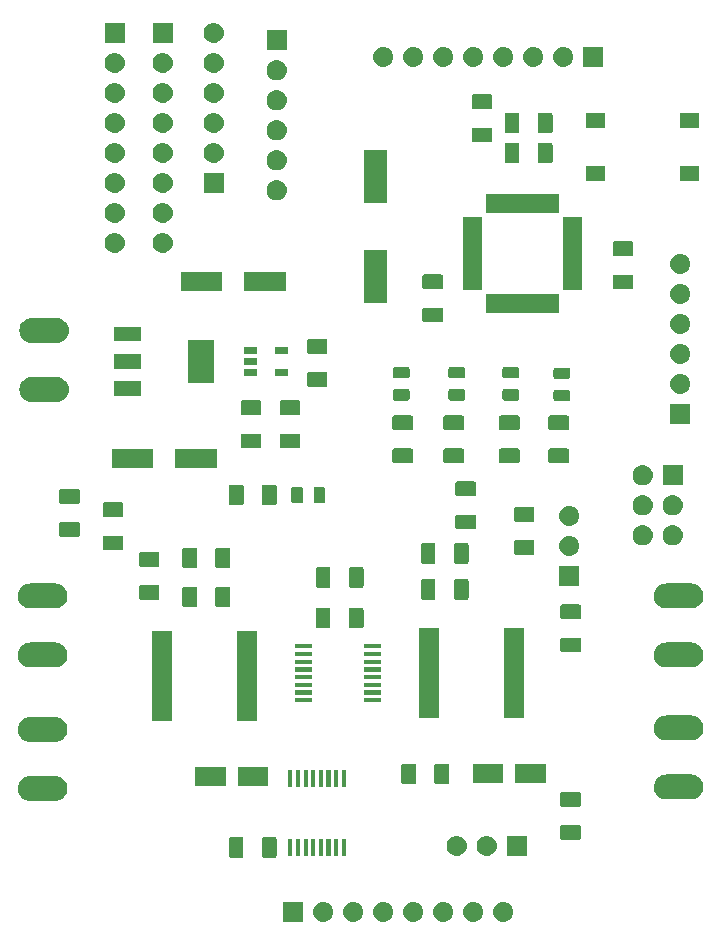
<source format=gbr>
G04 #@! TF.GenerationSoftware,KiCad,Pcbnew,(5.0.1)-3*
G04 #@! TF.CreationDate,2019-03-11T17:07:33+01:00*
G04 #@! TF.ProjectId,Arduino_Uno_R3_From_Scratch,41726475696E6F5F556E6F5F52335F46,rev?*
G04 #@! TF.SameCoordinates,Original*
G04 #@! TF.FileFunction,Soldermask,Top*
G04 #@! TF.FilePolarity,Negative*
%FSLAX46Y46*%
G04 Gerber Fmt 4.6, Leading zero omitted, Abs format (unit mm)*
G04 Created by KiCad (PCBNEW (5.0.1)-3) date 11/03/2019 17:07:33*
%MOMM*%
%LPD*%
G01*
G04 APERTURE LIST*
%ADD10C,0.100000*%
G04 APERTURE END LIST*
D10*
G36*
X118784630Y-145339299D02*
X118944855Y-145387903D01*
X119092520Y-145466831D01*
X119221949Y-145573051D01*
X119328169Y-145702480D01*
X119407097Y-145850145D01*
X119455701Y-146010370D01*
X119472112Y-146177000D01*
X119455701Y-146343630D01*
X119407097Y-146503855D01*
X119328169Y-146651520D01*
X119221949Y-146780949D01*
X119092520Y-146887169D01*
X118944855Y-146966097D01*
X118784630Y-147014701D01*
X118659752Y-147027000D01*
X118576248Y-147027000D01*
X118451370Y-147014701D01*
X118291145Y-146966097D01*
X118143480Y-146887169D01*
X118014051Y-146780949D01*
X117907831Y-146651520D01*
X117828903Y-146503855D01*
X117780299Y-146343630D01*
X117763888Y-146177000D01*
X117780299Y-146010370D01*
X117828903Y-145850145D01*
X117907831Y-145702480D01*
X118014051Y-145573051D01*
X118143480Y-145466831D01*
X118291145Y-145387903D01*
X118451370Y-145339299D01*
X118576248Y-145327000D01*
X118659752Y-145327000D01*
X118784630Y-145339299D01*
X118784630Y-145339299D01*
G37*
G36*
X116244630Y-145339299D02*
X116404855Y-145387903D01*
X116552520Y-145466831D01*
X116681949Y-145573051D01*
X116788169Y-145702480D01*
X116867097Y-145850145D01*
X116915701Y-146010370D01*
X116932112Y-146177000D01*
X116915701Y-146343630D01*
X116867097Y-146503855D01*
X116788169Y-146651520D01*
X116681949Y-146780949D01*
X116552520Y-146887169D01*
X116404855Y-146966097D01*
X116244630Y-147014701D01*
X116119752Y-147027000D01*
X116036248Y-147027000D01*
X115911370Y-147014701D01*
X115751145Y-146966097D01*
X115603480Y-146887169D01*
X115474051Y-146780949D01*
X115367831Y-146651520D01*
X115288903Y-146503855D01*
X115240299Y-146343630D01*
X115223888Y-146177000D01*
X115240299Y-146010370D01*
X115288903Y-145850145D01*
X115367831Y-145702480D01*
X115474051Y-145573051D01*
X115603480Y-145466831D01*
X115751145Y-145387903D01*
X115911370Y-145339299D01*
X116036248Y-145327000D01*
X116119752Y-145327000D01*
X116244630Y-145339299D01*
X116244630Y-145339299D01*
G37*
G36*
X113704630Y-145339299D02*
X113864855Y-145387903D01*
X114012520Y-145466831D01*
X114141949Y-145573051D01*
X114248169Y-145702480D01*
X114327097Y-145850145D01*
X114375701Y-146010370D01*
X114392112Y-146177000D01*
X114375701Y-146343630D01*
X114327097Y-146503855D01*
X114248169Y-146651520D01*
X114141949Y-146780949D01*
X114012520Y-146887169D01*
X113864855Y-146966097D01*
X113704630Y-147014701D01*
X113579752Y-147027000D01*
X113496248Y-147027000D01*
X113371370Y-147014701D01*
X113211145Y-146966097D01*
X113063480Y-146887169D01*
X112934051Y-146780949D01*
X112827831Y-146651520D01*
X112748903Y-146503855D01*
X112700299Y-146343630D01*
X112683888Y-146177000D01*
X112700299Y-146010370D01*
X112748903Y-145850145D01*
X112827831Y-145702480D01*
X112934051Y-145573051D01*
X113063480Y-145466831D01*
X113211145Y-145387903D01*
X113371370Y-145339299D01*
X113496248Y-145327000D01*
X113579752Y-145327000D01*
X113704630Y-145339299D01*
X113704630Y-145339299D01*
G37*
G36*
X111164630Y-145339299D02*
X111324855Y-145387903D01*
X111472520Y-145466831D01*
X111601949Y-145573051D01*
X111708169Y-145702480D01*
X111787097Y-145850145D01*
X111835701Y-146010370D01*
X111852112Y-146177000D01*
X111835701Y-146343630D01*
X111787097Y-146503855D01*
X111708169Y-146651520D01*
X111601949Y-146780949D01*
X111472520Y-146887169D01*
X111324855Y-146966097D01*
X111164630Y-147014701D01*
X111039752Y-147027000D01*
X110956248Y-147027000D01*
X110831370Y-147014701D01*
X110671145Y-146966097D01*
X110523480Y-146887169D01*
X110394051Y-146780949D01*
X110287831Y-146651520D01*
X110208903Y-146503855D01*
X110160299Y-146343630D01*
X110143888Y-146177000D01*
X110160299Y-146010370D01*
X110208903Y-145850145D01*
X110287831Y-145702480D01*
X110394051Y-145573051D01*
X110523480Y-145466831D01*
X110671145Y-145387903D01*
X110831370Y-145339299D01*
X110956248Y-145327000D01*
X111039752Y-145327000D01*
X111164630Y-145339299D01*
X111164630Y-145339299D01*
G37*
G36*
X108624630Y-145339299D02*
X108784855Y-145387903D01*
X108932520Y-145466831D01*
X109061949Y-145573051D01*
X109168169Y-145702480D01*
X109247097Y-145850145D01*
X109295701Y-146010370D01*
X109312112Y-146177000D01*
X109295701Y-146343630D01*
X109247097Y-146503855D01*
X109168169Y-146651520D01*
X109061949Y-146780949D01*
X108932520Y-146887169D01*
X108784855Y-146966097D01*
X108624630Y-147014701D01*
X108499752Y-147027000D01*
X108416248Y-147027000D01*
X108291370Y-147014701D01*
X108131145Y-146966097D01*
X107983480Y-146887169D01*
X107854051Y-146780949D01*
X107747831Y-146651520D01*
X107668903Y-146503855D01*
X107620299Y-146343630D01*
X107603888Y-146177000D01*
X107620299Y-146010370D01*
X107668903Y-145850145D01*
X107747831Y-145702480D01*
X107854051Y-145573051D01*
X107983480Y-145466831D01*
X108131145Y-145387903D01*
X108291370Y-145339299D01*
X108416248Y-145327000D01*
X108499752Y-145327000D01*
X108624630Y-145339299D01*
X108624630Y-145339299D01*
G37*
G36*
X103544630Y-145339299D02*
X103704855Y-145387903D01*
X103852520Y-145466831D01*
X103981949Y-145573051D01*
X104088169Y-145702480D01*
X104167097Y-145850145D01*
X104215701Y-146010370D01*
X104232112Y-146177000D01*
X104215701Y-146343630D01*
X104167097Y-146503855D01*
X104088169Y-146651520D01*
X103981949Y-146780949D01*
X103852520Y-146887169D01*
X103704855Y-146966097D01*
X103544630Y-147014701D01*
X103419752Y-147027000D01*
X103336248Y-147027000D01*
X103211370Y-147014701D01*
X103051145Y-146966097D01*
X102903480Y-146887169D01*
X102774051Y-146780949D01*
X102667831Y-146651520D01*
X102588903Y-146503855D01*
X102540299Y-146343630D01*
X102523888Y-146177000D01*
X102540299Y-146010370D01*
X102588903Y-145850145D01*
X102667831Y-145702480D01*
X102774051Y-145573051D01*
X102903480Y-145466831D01*
X103051145Y-145387903D01*
X103211370Y-145339299D01*
X103336248Y-145327000D01*
X103419752Y-145327000D01*
X103544630Y-145339299D01*
X103544630Y-145339299D01*
G37*
G36*
X106084630Y-145339299D02*
X106244855Y-145387903D01*
X106392520Y-145466831D01*
X106521949Y-145573051D01*
X106628169Y-145702480D01*
X106707097Y-145850145D01*
X106755701Y-146010370D01*
X106772112Y-146177000D01*
X106755701Y-146343630D01*
X106707097Y-146503855D01*
X106628169Y-146651520D01*
X106521949Y-146780949D01*
X106392520Y-146887169D01*
X106244855Y-146966097D01*
X106084630Y-147014701D01*
X105959752Y-147027000D01*
X105876248Y-147027000D01*
X105751370Y-147014701D01*
X105591145Y-146966097D01*
X105443480Y-146887169D01*
X105314051Y-146780949D01*
X105207831Y-146651520D01*
X105128903Y-146503855D01*
X105080299Y-146343630D01*
X105063888Y-146177000D01*
X105080299Y-146010370D01*
X105128903Y-145850145D01*
X105207831Y-145702480D01*
X105314051Y-145573051D01*
X105443480Y-145466831D01*
X105591145Y-145387903D01*
X105751370Y-145339299D01*
X105876248Y-145327000D01*
X105959752Y-145327000D01*
X106084630Y-145339299D01*
X106084630Y-145339299D01*
G37*
G36*
X101688000Y-147027000D02*
X99988000Y-147027000D01*
X99988000Y-145327000D01*
X101688000Y-145327000D01*
X101688000Y-147027000D01*
X101688000Y-147027000D01*
G37*
G36*
X99293024Y-139844955D02*
X99325736Y-139854879D01*
X99355890Y-139870997D01*
X99382316Y-139892684D01*
X99404003Y-139919110D01*
X99420121Y-139949264D01*
X99430045Y-139981976D01*
X99434000Y-140022138D01*
X99434000Y-141409862D01*
X99430045Y-141450024D01*
X99420121Y-141482736D01*
X99404003Y-141512890D01*
X99382316Y-141539316D01*
X99355890Y-141561003D01*
X99325736Y-141577121D01*
X99293024Y-141587045D01*
X99252862Y-141591000D01*
X98365138Y-141591000D01*
X98324976Y-141587045D01*
X98292264Y-141577121D01*
X98262110Y-141561003D01*
X98235684Y-141539316D01*
X98213997Y-141512890D01*
X98197879Y-141482736D01*
X98187955Y-141450024D01*
X98184000Y-141409862D01*
X98184000Y-140022138D01*
X98187955Y-139981976D01*
X98197879Y-139949264D01*
X98213997Y-139919110D01*
X98235684Y-139892684D01*
X98262110Y-139870997D01*
X98292264Y-139854879D01*
X98324976Y-139844955D01*
X98365138Y-139841000D01*
X99252862Y-139841000D01*
X99293024Y-139844955D01*
X99293024Y-139844955D01*
G37*
G36*
X96493024Y-139844955D02*
X96525736Y-139854879D01*
X96555890Y-139870997D01*
X96582316Y-139892684D01*
X96604003Y-139919110D01*
X96620121Y-139949264D01*
X96630045Y-139981976D01*
X96634000Y-140022138D01*
X96634000Y-141409862D01*
X96630045Y-141450024D01*
X96620121Y-141482736D01*
X96604003Y-141512890D01*
X96582316Y-141539316D01*
X96555890Y-141561003D01*
X96525736Y-141577121D01*
X96493024Y-141587045D01*
X96452862Y-141591000D01*
X95565138Y-141591000D01*
X95524976Y-141587045D01*
X95492264Y-141577121D01*
X95462110Y-141561003D01*
X95435684Y-141539316D01*
X95413997Y-141512890D01*
X95397879Y-141482736D01*
X95387955Y-141450024D01*
X95384000Y-141409862D01*
X95384000Y-140022138D01*
X95387955Y-139981976D01*
X95397879Y-139949264D01*
X95413997Y-139919110D01*
X95435684Y-139892684D01*
X95462110Y-139870997D01*
X95492264Y-139854879D01*
X95524976Y-139844955D01*
X95565138Y-139841000D01*
X96452862Y-139841000D01*
X96493024Y-139844955D01*
X96493024Y-139844955D01*
G37*
G36*
X105333800Y-141452600D02*
X104978200Y-141452600D01*
X104978200Y-139979400D01*
X105333800Y-139979400D01*
X105333800Y-141452600D01*
X105333800Y-141452600D01*
G37*
G36*
X100761800Y-141452600D02*
X100406200Y-141452600D01*
X100406200Y-139979400D01*
X100761800Y-139979400D01*
X100761800Y-141452600D01*
X100761800Y-141452600D01*
G37*
G36*
X101422200Y-141452600D02*
X101066600Y-141452600D01*
X101066600Y-139979400D01*
X101422200Y-139979400D01*
X101422200Y-141452600D01*
X101422200Y-141452600D01*
G37*
G36*
X102082600Y-141452600D02*
X101727000Y-141452600D01*
X101727000Y-139979400D01*
X102082600Y-139979400D01*
X102082600Y-141452600D01*
X102082600Y-141452600D01*
G37*
G36*
X102717600Y-141452600D02*
X102362000Y-141452600D01*
X102362000Y-139979400D01*
X102717600Y-139979400D01*
X102717600Y-141452600D01*
X102717600Y-141452600D01*
G37*
G36*
X103378000Y-141452600D02*
X103022400Y-141452600D01*
X103022400Y-139979400D01*
X103378000Y-139979400D01*
X103378000Y-141452600D01*
X103378000Y-141452600D01*
G37*
G36*
X104013000Y-141452600D02*
X103657400Y-141452600D01*
X103657400Y-139979400D01*
X104013000Y-139979400D01*
X104013000Y-141452600D01*
X104013000Y-141452600D01*
G37*
G36*
X104673400Y-141452600D02*
X104317800Y-141452600D01*
X104317800Y-139979400D01*
X104673400Y-139979400D01*
X104673400Y-141452600D01*
X104673400Y-141452600D01*
G37*
G36*
X117387630Y-139751299D02*
X117547855Y-139799903D01*
X117695520Y-139878831D01*
X117824949Y-139985051D01*
X117931169Y-140114480D01*
X118010097Y-140262145D01*
X118058701Y-140422370D01*
X118075112Y-140589000D01*
X118058701Y-140755630D01*
X118010097Y-140915855D01*
X117931169Y-141063520D01*
X117824949Y-141192949D01*
X117695520Y-141299169D01*
X117547855Y-141378097D01*
X117387630Y-141426701D01*
X117262752Y-141439000D01*
X117179248Y-141439000D01*
X117054370Y-141426701D01*
X116894145Y-141378097D01*
X116746480Y-141299169D01*
X116617051Y-141192949D01*
X116510831Y-141063520D01*
X116431903Y-140915855D01*
X116383299Y-140755630D01*
X116366888Y-140589000D01*
X116383299Y-140422370D01*
X116431903Y-140262145D01*
X116510831Y-140114480D01*
X116617051Y-139985051D01*
X116746480Y-139878831D01*
X116894145Y-139799903D01*
X117054370Y-139751299D01*
X117179248Y-139739000D01*
X117262752Y-139739000D01*
X117387630Y-139751299D01*
X117387630Y-139751299D01*
G37*
G36*
X114847630Y-139751299D02*
X115007855Y-139799903D01*
X115155520Y-139878831D01*
X115284949Y-139985051D01*
X115391169Y-140114480D01*
X115470097Y-140262145D01*
X115518701Y-140422370D01*
X115535112Y-140589000D01*
X115518701Y-140755630D01*
X115470097Y-140915855D01*
X115391169Y-141063520D01*
X115284949Y-141192949D01*
X115155520Y-141299169D01*
X115007855Y-141378097D01*
X114847630Y-141426701D01*
X114722752Y-141439000D01*
X114639248Y-141439000D01*
X114514370Y-141426701D01*
X114354145Y-141378097D01*
X114206480Y-141299169D01*
X114077051Y-141192949D01*
X113970831Y-141063520D01*
X113891903Y-140915855D01*
X113843299Y-140755630D01*
X113826888Y-140589000D01*
X113843299Y-140422370D01*
X113891903Y-140262145D01*
X113970831Y-140114480D01*
X114077051Y-139985051D01*
X114206480Y-139878831D01*
X114354145Y-139799903D01*
X114514370Y-139751299D01*
X114639248Y-139739000D01*
X114722752Y-139739000D01*
X114847630Y-139751299D01*
X114847630Y-139751299D01*
G37*
G36*
X120611000Y-141439000D02*
X118911000Y-141439000D01*
X118911000Y-139739000D01*
X120611000Y-139739000D01*
X120611000Y-141439000D01*
X120611000Y-141439000D01*
G37*
G36*
X125067024Y-138827955D02*
X125099736Y-138837879D01*
X125129890Y-138853997D01*
X125156316Y-138875684D01*
X125178003Y-138902110D01*
X125194121Y-138932264D01*
X125204045Y-138964976D01*
X125208000Y-139005138D01*
X125208000Y-139892862D01*
X125204045Y-139933024D01*
X125194121Y-139965736D01*
X125178003Y-139995890D01*
X125156316Y-140022316D01*
X125129890Y-140044003D01*
X125099736Y-140060121D01*
X125067024Y-140070045D01*
X125026862Y-140074000D01*
X123639138Y-140074000D01*
X123598976Y-140070045D01*
X123566264Y-140060121D01*
X123536110Y-140044003D01*
X123509684Y-140022316D01*
X123487997Y-139995890D01*
X123471879Y-139965736D01*
X123461955Y-139933024D01*
X123458000Y-139892862D01*
X123458000Y-139005138D01*
X123461955Y-138964976D01*
X123471879Y-138932264D01*
X123487997Y-138902110D01*
X123509684Y-138875684D01*
X123536110Y-138853997D01*
X123566264Y-138837879D01*
X123598976Y-138827955D01*
X123639138Y-138824000D01*
X125026862Y-138824000D01*
X125067024Y-138827955D01*
X125067024Y-138827955D01*
G37*
G36*
X125067024Y-136027955D02*
X125099736Y-136037879D01*
X125129890Y-136053997D01*
X125156316Y-136075684D01*
X125178003Y-136102110D01*
X125194121Y-136132264D01*
X125204045Y-136164976D01*
X125208000Y-136205138D01*
X125208000Y-137092862D01*
X125204045Y-137133024D01*
X125194121Y-137165736D01*
X125178003Y-137195890D01*
X125156316Y-137222316D01*
X125129890Y-137244003D01*
X125099736Y-137260121D01*
X125067024Y-137270045D01*
X125026862Y-137274000D01*
X123639138Y-137274000D01*
X123598976Y-137270045D01*
X123566264Y-137260121D01*
X123536110Y-137244003D01*
X123509684Y-137222316D01*
X123487997Y-137195890D01*
X123471879Y-137165736D01*
X123461955Y-137133024D01*
X123458000Y-137092862D01*
X123458000Y-136205138D01*
X123461955Y-136164976D01*
X123471879Y-136132264D01*
X123487997Y-136102110D01*
X123509684Y-136075684D01*
X123536110Y-136053997D01*
X123566264Y-136037879D01*
X123598976Y-136027955D01*
X123639138Y-136024000D01*
X125026862Y-136024000D01*
X125067024Y-136027955D01*
X125067024Y-136027955D01*
G37*
G36*
X80782190Y-134678400D02*
X80884934Y-134688519D01*
X81016761Y-134728508D01*
X81082676Y-134748503D01*
X81180085Y-134800570D01*
X81264914Y-134845912D01*
X81424648Y-134977002D01*
X81555737Y-135136735D01*
X81653147Y-135318974D01*
X81666561Y-135363196D01*
X81713131Y-135516716D01*
X81733385Y-135722360D01*
X81713131Y-135928004D01*
X81684011Y-136024000D01*
X81653147Y-136125746D01*
X81601080Y-136223155D01*
X81555738Y-136307984D01*
X81424648Y-136467718D01*
X81264914Y-136598808D01*
X81208053Y-136629201D01*
X81082676Y-136696217D01*
X81016761Y-136716212D01*
X80884934Y-136756201D01*
X80782190Y-136766320D01*
X80730819Y-136771380D01*
X78527181Y-136771380D01*
X78475810Y-136766320D01*
X78373066Y-136756201D01*
X78241239Y-136716212D01*
X78175324Y-136696217D01*
X78049947Y-136629201D01*
X77993086Y-136598808D01*
X77833352Y-136467718D01*
X77702262Y-136307984D01*
X77656920Y-136223155D01*
X77604853Y-136125746D01*
X77573989Y-136024000D01*
X77544869Y-135928004D01*
X77524615Y-135722360D01*
X77544869Y-135516716D01*
X77591439Y-135363196D01*
X77604853Y-135318974D01*
X77702263Y-135136735D01*
X77833352Y-134977002D01*
X77993086Y-134845912D01*
X78077915Y-134800570D01*
X78175324Y-134748503D01*
X78241239Y-134728508D01*
X78373066Y-134688519D01*
X78475810Y-134678400D01*
X78527181Y-134673340D01*
X80730819Y-134673340D01*
X80782190Y-134678400D01*
X80782190Y-134678400D01*
G37*
G36*
X134630190Y-134551400D02*
X134732934Y-134561519D01*
X134864761Y-134601508D01*
X134930676Y-134621503D01*
X135027655Y-134673340D01*
X135112914Y-134718912D01*
X135112916Y-134718913D01*
X135112915Y-134718913D01*
X135272648Y-134850002D01*
X135403737Y-135009735D01*
X135501147Y-135191974D01*
X135511779Y-135227024D01*
X135561131Y-135389716D01*
X135581385Y-135595360D01*
X135561131Y-135801004D01*
X135522607Y-135928002D01*
X135501147Y-135998746D01*
X135477476Y-136043030D01*
X135403738Y-136180984D01*
X135272648Y-136340718D01*
X135112914Y-136471808D01*
X135028085Y-136517150D01*
X134930676Y-136569217D01*
X134864761Y-136589212D01*
X134732934Y-136629201D01*
X134630190Y-136639320D01*
X134578819Y-136644380D01*
X132375181Y-136644380D01*
X132323810Y-136639320D01*
X132221066Y-136629201D01*
X132089239Y-136589212D01*
X132023324Y-136569217D01*
X131925915Y-136517150D01*
X131841086Y-136471808D01*
X131681352Y-136340718D01*
X131550262Y-136180984D01*
X131476524Y-136043030D01*
X131452853Y-135998746D01*
X131431393Y-135928002D01*
X131392869Y-135801004D01*
X131372615Y-135595360D01*
X131392869Y-135389716D01*
X131442221Y-135227024D01*
X131452853Y-135191974D01*
X131550263Y-135009735D01*
X131681352Y-134850002D01*
X131841085Y-134718913D01*
X131841084Y-134718913D01*
X131841086Y-134718912D01*
X131926345Y-134673340D01*
X132023324Y-134621503D01*
X132089239Y-134601508D01*
X132221066Y-134561519D01*
X132323810Y-134551400D01*
X132375181Y-134546340D01*
X134578819Y-134546340D01*
X134630190Y-134551400D01*
X134630190Y-134551400D01*
G37*
G36*
X101422200Y-135610600D02*
X101066600Y-135610600D01*
X101066600Y-134137400D01*
X101422200Y-134137400D01*
X101422200Y-135610600D01*
X101422200Y-135610600D01*
G37*
G36*
X100761800Y-135610600D02*
X100406200Y-135610600D01*
X100406200Y-134137400D01*
X100761800Y-134137400D01*
X100761800Y-135610600D01*
X100761800Y-135610600D01*
G37*
G36*
X104673400Y-135610600D02*
X104317800Y-135610600D01*
X104317800Y-134137400D01*
X104673400Y-134137400D01*
X104673400Y-135610600D01*
X104673400Y-135610600D01*
G37*
G36*
X104013000Y-135610600D02*
X103657400Y-135610600D01*
X103657400Y-134137400D01*
X104013000Y-134137400D01*
X104013000Y-135610600D01*
X104013000Y-135610600D01*
G37*
G36*
X102717600Y-135610600D02*
X102362000Y-135610600D01*
X102362000Y-134137400D01*
X102717600Y-134137400D01*
X102717600Y-135610600D01*
X102717600Y-135610600D01*
G37*
G36*
X105333800Y-135610600D02*
X104978200Y-135610600D01*
X104978200Y-134137400D01*
X105333800Y-134137400D01*
X105333800Y-135610600D01*
X105333800Y-135610600D01*
G37*
G36*
X102082600Y-135610600D02*
X101727000Y-135610600D01*
X101727000Y-134137400D01*
X102082600Y-134137400D01*
X102082600Y-135610600D01*
X102082600Y-135610600D01*
G37*
G36*
X103378000Y-135610600D02*
X103022400Y-135610600D01*
X103022400Y-134137400D01*
X103378000Y-134137400D01*
X103378000Y-135610600D01*
X103378000Y-135610600D01*
G37*
G36*
X98731000Y-135547000D02*
X96131000Y-135547000D01*
X96131000Y-133947000D01*
X98731000Y-133947000D01*
X98731000Y-135547000D01*
X98731000Y-135547000D01*
G37*
G36*
X95131000Y-135547000D02*
X92531000Y-135547000D01*
X92531000Y-133947000D01*
X95131000Y-133947000D01*
X95131000Y-135547000D01*
X95131000Y-135547000D01*
G37*
G36*
X113898024Y-133621955D02*
X113930736Y-133631879D01*
X113960890Y-133647997D01*
X113987316Y-133669684D01*
X114009003Y-133696110D01*
X114025121Y-133726264D01*
X114035045Y-133758976D01*
X114039000Y-133799138D01*
X114039000Y-135186862D01*
X114035045Y-135227024D01*
X114025121Y-135259736D01*
X114009003Y-135289890D01*
X113987316Y-135316316D01*
X113960890Y-135338003D01*
X113930736Y-135354121D01*
X113898024Y-135364045D01*
X113857862Y-135368000D01*
X112970138Y-135368000D01*
X112929976Y-135364045D01*
X112897264Y-135354121D01*
X112867110Y-135338003D01*
X112840684Y-135316316D01*
X112818997Y-135289890D01*
X112802879Y-135259736D01*
X112792955Y-135227024D01*
X112789000Y-135186862D01*
X112789000Y-133799138D01*
X112792955Y-133758976D01*
X112802879Y-133726264D01*
X112818997Y-133696110D01*
X112840684Y-133669684D01*
X112867110Y-133647997D01*
X112897264Y-133631879D01*
X112929976Y-133621955D01*
X112970138Y-133618000D01*
X113857862Y-133618000D01*
X113898024Y-133621955D01*
X113898024Y-133621955D01*
G37*
G36*
X111098024Y-133621955D02*
X111130736Y-133631879D01*
X111160890Y-133647997D01*
X111187316Y-133669684D01*
X111209003Y-133696110D01*
X111225121Y-133726264D01*
X111235045Y-133758976D01*
X111239000Y-133799138D01*
X111239000Y-135186862D01*
X111235045Y-135227024D01*
X111225121Y-135259736D01*
X111209003Y-135289890D01*
X111187316Y-135316316D01*
X111160890Y-135338003D01*
X111130736Y-135354121D01*
X111098024Y-135364045D01*
X111057862Y-135368000D01*
X110170138Y-135368000D01*
X110129976Y-135364045D01*
X110097264Y-135354121D01*
X110067110Y-135338003D01*
X110040684Y-135316316D01*
X110018997Y-135289890D01*
X110002879Y-135259736D01*
X109992955Y-135227024D01*
X109989000Y-135186862D01*
X109989000Y-133799138D01*
X109992955Y-133758976D01*
X110002879Y-133726264D01*
X110018997Y-133696110D01*
X110040684Y-133669684D01*
X110067110Y-133647997D01*
X110097264Y-133631879D01*
X110129976Y-133621955D01*
X110170138Y-133618000D01*
X111057862Y-133618000D01*
X111098024Y-133621955D01*
X111098024Y-133621955D01*
G37*
G36*
X122226000Y-135293000D02*
X119626000Y-135293000D01*
X119626000Y-133693000D01*
X122226000Y-133693000D01*
X122226000Y-135293000D01*
X122226000Y-135293000D01*
G37*
G36*
X118626000Y-135293000D02*
X116026000Y-135293000D01*
X116026000Y-133693000D01*
X118626000Y-133693000D01*
X118626000Y-135293000D01*
X118626000Y-135293000D01*
G37*
G36*
X80782190Y-129679680D02*
X80884934Y-129689799D01*
X81016761Y-129729788D01*
X81082676Y-129749783D01*
X81180085Y-129801850D01*
X81264914Y-129847192D01*
X81424648Y-129978282D01*
X81555737Y-130138015D01*
X81653147Y-130320254D01*
X81653147Y-130320255D01*
X81713131Y-130517996D01*
X81733385Y-130723640D01*
X81713131Y-130929284D01*
X81673142Y-131061111D01*
X81653147Y-131127026D01*
X81623621Y-131182264D01*
X81555738Y-131309264D01*
X81424648Y-131468998D01*
X81264914Y-131600088D01*
X81208053Y-131630481D01*
X81082676Y-131697497D01*
X81016761Y-131717492D01*
X80884934Y-131757481D01*
X80782190Y-131767600D01*
X80730819Y-131772660D01*
X78527181Y-131772660D01*
X78475810Y-131767600D01*
X78373066Y-131757481D01*
X78241239Y-131717492D01*
X78175324Y-131697497D01*
X78049947Y-131630481D01*
X77993086Y-131600088D01*
X77833352Y-131468998D01*
X77702262Y-131309264D01*
X77634379Y-131182264D01*
X77604853Y-131127026D01*
X77584858Y-131061111D01*
X77544869Y-130929284D01*
X77524615Y-130723640D01*
X77544869Y-130517996D01*
X77604853Y-130320255D01*
X77604853Y-130320254D01*
X77702263Y-130138015D01*
X77833352Y-129978282D01*
X77993086Y-129847192D01*
X78077915Y-129801850D01*
X78175324Y-129749783D01*
X78241239Y-129729788D01*
X78373066Y-129689799D01*
X78475810Y-129679680D01*
X78527181Y-129674620D01*
X80730819Y-129674620D01*
X80782190Y-129679680D01*
X80782190Y-129679680D01*
G37*
G36*
X134630190Y-129552680D02*
X134732934Y-129562799D01*
X134864761Y-129602788D01*
X134930676Y-129622783D01*
X135027655Y-129674620D01*
X135112914Y-129720192D01*
X135112916Y-129720193D01*
X135112915Y-129720193D01*
X135272648Y-129851282D01*
X135403737Y-130011015D01*
X135501147Y-130193254D01*
X135501147Y-130193255D01*
X135561131Y-130390996D01*
X135581385Y-130596640D01*
X135561131Y-130802284D01*
X135522607Y-130929282D01*
X135501147Y-131000026D01*
X135449080Y-131097435D01*
X135403738Y-131182264D01*
X135272648Y-131341998D01*
X135112914Y-131473088D01*
X135028085Y-131518430D01*
X134930676Y-131570497D01*
X134864761Y-131590492D01*
X134732934Y-131630481D01*
X134630190Y-131640600D01*
X134578819Y-131645660D01*
X132375181Y-131645660D01*
X132323810Y-131640600D01*
X132221066Y-131630481D01*
X132089239Y-131590492D01*
X132023324Y-131570497D01*
X131925915Y-131518430D01*
X131841086Y-131473088D01*
X131681352Y-131341998D01*
X131550262Y-131182264D01*
X131504920Y-131097435D01*
X131452853Y-131000026D01*
X131431393Y-130929282D01*
X131392869Y-130802284D01*
X131372615Y-130596640D01*
X131392869Y-130390996D01*
X131452853Y-130193255D01*
X131452853Y-130193254D01*
X131550263Y-130011015D01*
X131681352Y-129851282D01*
X131841085Y-129720193D01*
X131841084Y-129720193D01*
X131841086Y-129720192D01*
X131926345Y-129674620D01*
X132023324Y-129622783D01*
X132089239Y-129602788D01*
X132221066Y-129562799D01*
X132323810Y-129552680D01*
X132375181Y-129547620D01*
X134578819Y-129547620D01*
X134630190Y-129552680D01*
X134630190Y-129552680D01*
G37*
G36*
X90620000Y-130038000D02*
X88870000Y-130038000D01*
X88870000Y-122438000D01*
X90620000Y-122438000D01*
X90620000Y-130038000D01*
X90620000Y-130038000D01*
G37*
G36*
X97820000Y-130038000D02*
X96070000Y-130038000D01*
X96070000Y-122438000D01*
X97820000Y-122438000D01*
X97820000Y-130038000D01*
X97820000Y-130038000D01*
G37*
G36*
X120426000Y-129784000D02*
X118676000Y-129784000D01*
X118676000Y-122184000D01*
X120426000Y-122184000D01*
X120426000Y-129784000D01*
X120426000Y-129784000D01*
G37*
G36*
X113226000Y-129784000D02*
X111476000Y-129784000D01*
X111476000Y-122184000D01*
X113226000Y-122184000D01*
X113226000Y-129784000D01*
X113226000Y-129784000D01*
G37*
G36*
X108305600Y-128447800D02*
X106832400Y-128447800D01*
X106832400Y-128092200D01*
X108305600Y-128092200D01*
X108305600Y-128447800D01*
X108305600Y-128447800D01*
G37*
G36*
X102463600Y-128447800D02*
X100990400Y-128447800D01*
X100990400Y-128092200D01*
X102463600Y-128092200D01*
X102463600Y-128447800D01*
X102463600Y-128447800D01*
G37*
G36*
X102463600Y-127787400D02*
X100990400Y-127787400D01*
X100990400Y-127431800D01*
X102463600Y-127431800D01*
X102463600Y-127787400D01*
X102463600Y-127787400D01*
G37*
G36*
X108305600Y-127787400D02*
X106832400Y-127787400D01*
X106832400Y-127431800D01*
X108305600Y-127431800D01*
X108305600Y-127787400D01*
X108305600Y-127787400D01*
G37*
G36*
X108305600Y-127127000D02*
X106832400Y-127127000D01*
X106832400Y-126771400D01*
X108305600Y-126771400D01*
X108305600Y-127127000D01*
X108305600Y-127127000D01*
G37*
G36*
X102463600Y-127127000D02*
X100990400Y-127127000D01*
X100990400Y-126771400D01*
X102463600Y-126771400D01*
X102463600Y-127127000D01*
X102463600Y-127127000D01*
G37*
G36*
X102463600Y-126492000D02*
X100990400Y-126492000D01*
X100990400Y-126136400D01*
X102463600Y-126136400D01*
X102463600Y-126492000D01*
X102463600Y-126492000D01*
G37*
G36*
X108305600Y-126492000D02*
X106832400Y-126492000D01*
X106832400Y-126136400D01*
X108305600Y-126136400D01*
X108305600Y-126492000D01*
X108305600Y-126492000D01*
G37*
G36*
X108305600Y-125831600D02*
X106832400Y-125831600D01*
X106832400Y-125476000D01*
X108305600Y-125476000D01*
X108305600Y-125831600D01*
X108305600Y-125831600D01*
G37*
G36*
X102463600Y-125831600D02*
X100990400Y-125831600D01*
X100990400Y-125476000D01*
X102463600Y-125476000D01*
X102463600Y-125831600D01*
X102463600Y-125831600D01*
G37*
G36*
X134630190Y-123375400D02*
X134732934Y-123385519D01*
X134864761Y-123425508D01*
X134930676Y-123445503D01*
X135002698Y-123484000D01*
X135112914Y-123542912D01*
X135272648Y-123674002D01*
X135403738Y-123833736D01*
X135449080Y-123918565D01*
X135501147Y-124015974D01*
X135521142Y-124081889D01*
X135561131Y-124213716D01*
X135581385Y-124419360D01*
X135561131Y-124625004D01*
X135521142Y-124756831D01*
X135501147Y-124822746D01*
X135449080Y-124920155D01*
X135403738Y-125004984D01*
X135272648Y-125164718D01*
X135112914Y-125295808D01*
X135028085Y-125341150D01*
X134930676Y-125393217D01*
X134864761Y-125413212D01*
X134732934Y-125453201D01*
X134630190Y-125463320D01*
X134578819Y-125468380D01*
X132375181Y-125468380D01*
X132323810Y-125463320D01*
X132221066Y-125453201D01*
X132089239Y-125413212D01*
X132023324Y-125393217D01*
X131925915Y-125341150D01*
X131841086Y-125295808D01*
X131681352Y-125164718D01*
X131550262Y-125004984D01*
X131504920Y-124920155D01*
X131452853Y-124822746D01*
X131432858Y-124756831D01*
X131392869Y-124625004D01*
X131372615Y-124419360D01*
X131392869Y-124213716D01*
X131432858Y-124081889D01*
X131452853Y-124015974D01*
X131504920Y-123918565D01*
X131550262Y-123833736D01*
X131681352Y-123674002D01*
X131841086Y-123542912D01*
X131951302Y-123484000D01*
X132023324Y-123445503D01*
X132089239Y-123425508D01*
X132221066Y-123385519D01*
X132323810Y-123375400D01*
X132375181Y-123370340D01*
X134578819Y-123370340D01*
X134630190Y-123375400D01*
X134630190Y-123375400D01*
G37*
G36*
X80782190Y-123375400D02*
X80884934Y-123385519D01*
X81016761Y-123425508D01*
X81082676Y-123445503D01*
X81154698Y-123484000D01*
X81264914Y-123542912D01*
X81424648Y-123674002D01*
X81555738Y-123833736D01*
X81601080Y-123918565D01*
X81653147Y-124015974D01*
X81673142Y-124081889D01*
X81713131Y-124213716D01*
X81733385Y-124419360D01*
X81713131Y-124625004D01*
X81673142Y-124756831D01*
X81653147Y-124822746D01*
X81601080Y-124920155D01*
X81555738Y-125004984D01*
X81424648Y-125164718D01*
X81264914Y-125295808D01*
X81180085Y-125341150D01*
X81082676Y-125393217D01*
X81016761Y-125413212D01*
X80884934Y-125453201D01*
X80782190Y-125463320D01*
X80730819Y-125468380D01*
X78527181Y-125468380D01*
X78475810Y-125463320D01*
X78373066Y-125453201D01*
X78241239Y-125413212D01*
X78175324Y-125393217D01*
X78077915Y-125341150D01*
X77993086Y-125295808D01*
X77833352Y-125164718D01*
X77702262Y-125004984D01*
X77656920Y-124920155D01*
X77604853Y-124822746D01*
X77584858Y-124756831D01*
X77544869Y-124625004D01*
X77524615Y-124419360D01*
X77544869Y-124213716D01*
X77584858Y-124081889D01*
X77604853Y-124015974D01*
X77656920Y-123918565D01*
X77702262Y-123833736D01*
X77833352Y-123674002D01*
X77993086Y-123542912D01*
X78103302Y-123484000D01*
X78175324Y-123445503D01*
X78241239Y-123425508D01*
X78373066Y-123385519D01*
X78475810Y-123375400D01*
X78527181Y-123370340D01*
X80730819Y-123370340D01*
X80782190Y-123375400D01*
X80782190Y-123375400D01*
G37*
G36*
X102463600Y-125196600D02*
X100990400Y-125196600D01*
X100990400Y-124841000D01*
X102463600Y-124841000D01*
X102463600Y-125196600D01*
X102463600Y-125196600D01*
G37*
G36*
X108305600Y-125196600D02*
X106832400Y-125196600D01*
X106832400Y-124841000D01*
X108305600Y-124841000D01*
X108305600Y-125196600D01*
X108305600Y-125196600D01*
G37*
G36*
X108305600Y-124536200D02*
X106832400Y-124536200D01*
X106832400Y-124180600D01*
X108305600Y-124180600D01*
X108305600Y-124536200D01*
X108305600Y-124536200D01*
G37*
G36*
X102463600Y-124536200D02*
X100990400Y-124536200D01*
X100990400Y-124180600D01*
X102463600Y-124180600D01*
X102463600Y-124536200D01*
X102463600Y-124536200D01*
G37*
G36*
X125067024Y-122952955D02*
X125099736Y-122962879D01*
X125129890Y-122978997D01*
X125156316Y-123000684D01*
X125178003Y-123027110D01*
X125194121Y-123057264D01*
X125204045Y-123089976D01*
X125208000Y-123130138D01*
X125208000Y-124017862D01*
X125204045Y-124058024D01*
X125194121Y-124090736D01*
X125178003Y-124120890D01*
X125156316Y-124147316D01*
X125129890Y-124169003D01*
X125099736Y-124185121D01*
X125067024Y-124195045D01*
X125026862Y-124199000D01*
X123639138Y-124199000D01*
X123598976Y-124195045D01*
X123566264Y-124185121D01*
X123536110Y-124169003D01*
X123509684Y-124147316D01*
X123487997Y-124120890D01*
X123471879Y-124090736D01*
X123461955Y-124058024D01*
X123458000Y-124017862D01*
X123458000Y-123130138D01*
X123461955Y-123089976D01*
X123471879Y-123057264D01*
X123487997Y-123027110D01*
X123509684Y-123000684D01*
X123536110Y-122978997D01*
X123566264Y-122962879D01*
X123598976Y-122952955D01*
X123639138Y-122949000D01*
X125026862Y-122949000D01*
X125067024Y-122952955D01*
X125067024Y-122952955D01*
G37*
G36*
X108305600Y-123875800D02*
X106832400Y-123875800D01*
X106832400Y-123520200D01*
X108305600Y-123520200D01*
X108305600Y-123875800D01*
X108305600Y-123875800D01*
G37*
G36*
X102463600Y-123875800D02*
X100990400Y-123875800D01*
X100990400Y-123520200D01*
X102463600Y-123520200D01*
X102463600Y-123875800D01*
X102463600Y-123875800D01*
G37*
G36*
X103859024Y-120413955D02*
X103891736Y-120423879D01*
X103921890Y-120439997D01*
X103948316Y-120461684D01*
X103970003Y-120488110D01*
X103986121Y-120518264D01*
X103996045Y-120550976D01*
X104000000Y-120591138D01*
X104000000Y-121978862D01*
X103996045Y-122019024D01*
X103986121Y-122051736D01*
X103970003Y-122081890D01*
X103948316Y-122108316D01*
X103921890Y-122130003D01*
X103891736Y-122146121D01*
X103859024Y-122156045D01*
X103818862Y-122160000D01*
X102931138Y-122160000D01*
X102890976Y-122156045D01*
X102858264Y-122146121D01*
X102828110Y-122130003D01*
X102801684Y-122108316D01*
X102779997Y-122081890D01*
X102763879Y-122051736D01*
X102753955Y-122019024D01*
X102750000Y-121978862D01*
X102750000Y-120591138D01*
X102753955Y-120550976D01*
X102763879Y-120518264D01*
X102779997Y-120488110D01*
X102801684Y-120461684D01*
X102828110Y-120439997D01*
X102858264Y-120423879D01*
X102890976Y-120413955D01*
X102931138Y-120410000D01*
X103818862Y-120410000D01*
X103859024Y-120413955D01*
X103859024Y-120413955D01*
G37*
G36*
X106659024Y-120413955D02*
X106691736Y-120423879D01*
X106721890Y-120439997D01*
X106748316Y-120461684D01*
X106770003Y-120488110D01*
X106786121Y-120518264D01*
X106796045Y-120550976D01*
X106800000Y-120591138D01*
X106800000Y-121978862D01*
X106796045Y-122019024D01*
X106786121Y-122051736D01*
X106770003Y-122081890D01*
X106748316Y-122108316D01*
X106721890Y-122130003D01*
X106691736Y-122146121D01*
X106659024Y-122156045D01*
X106618862Y-122160000D01*
X105731138Y-122160000D01*
X105690976Y-122156045D01*
X105658264Y-122146121D01*
X105628110Y-122130003D01*
X105601684Y-122108316D01*
X105579997Y-122081890D01*
X105563879Y-122051736D01*
X105553955Y-122019024D01*
X105550000Y-121978862D01*
X105550000Y-120591138D01*
X105553955Y-120550976D01*
X105563879Y-120518264D01*
X105579997Y-120488110D01*
X105601684Y-120461684D01*
X105628110Y-120439997D01*
X105658264Y-120423879D01*
X105690976Y-120413955D01*
X105731138Y-120410000D01*
X106618862Y-120410000D01*
X106659024Y-120413955D01*
X106659024Y-120413955D01*
G37*
G36*
X125067024Y-120152955D02*
X125099736Y-120162879D01*
X125129890Y-120178997D01*
X125156316Y-120200684D01*
X125178003Y-120227110D01*
X125194121Y-120257264D01*
X125204045Y-120289976D01*
X125208000Y-120330138D01*
X125208000Y-121217862D01*
X125204045Y-121258024D01*
X125194121Y-121290736D01*
X125178003Y-121320890D01*
X125156316Y-121347316D01*
X125129890Y-121369003D01*
X125099736Y-121385121D01*
X125067024Y-121395045D01*
X125026862Y-121399000D01*
X123639138Y-121399000D01*
X123598976Y-121395045D01*
X123566264Y-121385121D01*
X123536110Y-121369003D01*
X123509684Y-121347316D01*
X123487997Y-121320890D01*
X123471879Y-121290736D01*
X123461955Y-121258024D01*
X123458000Y-121217862D01*
X123458000Y-120330138D01*
X123461955Y-120289976D01*
X123471879Y-120257264D01*
X123487997Y-120227110D01*
X123509684Y-120200684D01*
X123536110Y-120178997D01*
X123566264Y-120162879D01*
X123598976Y-120152955D01*
X123639138Y-120149000D01*
X125026862Y-120149000D01*
X125067024Y-120152955D01*
X125067024Y-120152955D01*
G37*
G36*
X134630190Y-118376680D02*
X134732934Y-118386799D01*
X134864761Y-118426788D01*
X134930676Y-118446783D01*
X135028085Y-118498850D01*
X135112914Y-118544192D01*
X135272648Y-118675282D01*
X135403738Y-118835016D01*
X135449080Y-118919845D01*
X135501147Y-119017254D01*
X135501147Y-119017255D01*
X135561131Y-119214996D01*
X135581385Y-119420640D01*
X135561131Y-119626284D01*
X135525712Y-119743045D01*
X135501147Y-119824026D01*
X135449080Y-119921435D01*
X135403738Y-120006264D01*
X135272648Y-120165998D01*
X135112914Y-120297088D01*
X135100188Y-120303890D01*
X134930676Y-120394497D01*
X134864761Y-120414492D01*
X134732934Y-120454481D01*
X134659800Y-120461684D01*
X134578819Y-120469660D01*
X132375181Y-120469660D01*
X132294200Y-120461684D01*
X132221066Y-120454481D01*
X132089239Y-120414492D01*
X132023324Y-120394497D01*
X131853812Y-120303890D01*
X131841086Y-120297088D01*
X131681352Y-120165998D01*
X131550262Y-120006264D01*
X131504920Y-119921435D01*
X131452853Y-119824026D01*
X131428288Y-119743045D01*
X131392869Y-119626284D01*
X131372615Y-119420640D01*
X131392869Y-119214996D01*
X131452853Y-119017255D01*
X131452853Y-119017254D01*
X131504920Y-118919845D01*
X131550262Y-118835016D01*
X131681352Y-118675282D01*
X131841086Y-118544192D01*
X131925915Y-118498850D01*
X132023324Y-118446783D01*
X132089239Y-118426788D01*
X132221066Y-118386799D01*
X132323810Y-118376680D01*
X132375181Y-118371620D01*
X134578819Y-118371620D01*
X134630190Y-118376680D01*
X134630190Y-118376680D01*
G37*
G36*
X80782190Y-118376680D02*
X80884934Y-118386799D01*
X81016761Y-118426788D01*
X81082676Y-118446783D01*
X81180085Y-118498850D01*
X81264914Y-118544192D01*
X81424648Y-118675282D01*
X81555738Y-118835016D01*
X81601080Y-118919845D01*
X81653147Y-119017254D01*
X81653147Y-119017255D01*
X81713131Y-119214996D01*
X81733385Y-119420640D01*
X81713131Y-119626284D01*
X81677712Y-119743045D01*
X81653147Y-119824026D01*
X81601080Y-119921435D01*
X81555738Y-120006264D01*
X81424648Y-120165998D01*
X81264914Y-120297088D01*
X81252188Y-120303890D01*
X81082676Y-120394497D01*
X81016761Y-120414492D01*
X80884934Y-120454481D01*
X80811800Y-120461684D01*
X80730819Y-120469660D01*
X78527181Y-120469660D01*
X78446200Y-120461684D01*
X78373066Y-120454481D01*
X78241239Y-120414492D01*
X78175324Y-120394497D01*
X78005812Y-120303890D01*
X77993086Y-120297088D01*
X77833352Y-120165998D01*
X77702262Y-120006264D01*
X77656920Y-119921435D01*
X77604853Y-119824026D01*
X77580288Y-119743045D01*
X77544869Y-119626284D01*
X77524615Y-119420640D01*
X77544869Y-119214996D01*
X77604853Y-119017255D01*
X77604853Y-119017254D01*
X77656920Y-118919845D01*
X77702262Y-118835016D01*
X77833352Y-118675282D01*
X77993086Y-118544192D01*
X78077915Y-118498850D01*
X78175324Y-118446783D01*
X78241239Y-118426788D01*
X78373066Y-118386799D01*
X78475810Y-118376680D01*
X78527181Y-118371620D01*
X80730819Y-118371620D01*
X80782190Y-118376680D01*
X80782190Y-118376680D01*
G37*
G36*
X95356024Y-118635955D02*
X95388736Y-118645879D01*
X95418890Y-118661997D01*
X95445316Y-118683684D01*
X95467003Y-118710110D01*
X95483121Y-118740264D01*
X95493045Y-118772976D01*
X95497000Y-118813138D01*
X95497000Y-120200862D01*
X95493045Y-120241024D01*
X95483121Y-120273736D01*
X95467003Y-120303890D01*
X95445316Y-120330316D01*
X95418890Y-120352003D01*
X95388736Y-120368121D01*
X95356024Y-120378045D01*
X95315862Y-120382000D01*
X94428138Y-120382000D01*
X94387976Y-120378045D01*
X94355264Y-120368121D01*
X94325110Y-120352003D01*
X94298684Y-120330316D01*
X94276997Y-120303890D01*
X94260879Y-120273736D01*
X94250955Y-120241024D01*
X94247000Y-120200862D01*
X94247000Y-118813138D01*
X94250955Y-118772976D01*
X94260879Y-118740264D01*
X94276997Y-118710110D01*
X94298684Y-118683684D01*
X94325110Y-118661997D01*
X94355264Y-118645879D01*
X94387976Y-118635955D01*
X94428138Y-118632000D01*
X95315862Y-118632000D01*
X95356024Y-118635955D01*
X95356024Y-118635955D01*
G37*
G36*
X92556024Y-118635955D02*
X92588736Y-118645879D01*
X92618890Y-118661997D01*
X92645316Y-118683684D01*
X92667003Y-118710110D01*
X92683121Y-118740264D01*
X92693045Y-118772976D01*
X92697000Y-118813138D01*
X92697000Y-120200862D01*
X92693045Y-120241024D01*
X92683121Y-120273736D01*
X92667003Y-120303890D01*
X92645316Y-120330316D01*
X92618890Y-120352003D01*
X92588736Y-120368121D01*
X92556024Y-120378045D01*
X92515862Y-120382000D01*
X91628138Y-120382000D01*
X91587976Y-120378045D01*
X91555264Y-120368121D01*
X91525110Y-120352003D01*
X91498684Y-120330316D01*
X91476997Y-120303890D01*
X91460879Y-120273736D01*
X91450955Y-120241024D01*
X91447000Y-120200862D01*
X91447000Y-118813138D01*
X91450955Y-118772976D01*
X91460879Y-118740264D01*
X91476997Y-118710110D01*
X91498684Y-118683684D01*
X91525110Y-118661997D01*
X91555264Y-118645879D01*
X91587976Y-118635955D01*
X91628138Y-118632000D01*
X92515862Y-118632000D01*
X92556024Y-118635955D01*
X92556024Y-118635955D01*
G37*
G36*
X89380024Y-118507955D02*
X89412736Y-118517879D01*
X89442890Y-118533997D01*
X89469316Y-118555684D01*
X89491003Y-118582110D01*
X89507121Y-118612264D01*
X89517045Y-118644976D01*
X89521000Y-118685138D01*
X89521000Y-119572862D01*
X89517045Y-119613024D01*
X89507121Y-119645736D01*
X89491003Y-119675890D01*
X89469316Y-119702316D01*
X89442890Y-119724003D01*
X89412736Y-119740121D01*
X89380024Y-119750045D01*
X89339862Y-119754000D01*
X87952138Y-119754000D01*
X87911976Y-119750045D01*
X87879264Y-119740121D01*
X87849110Y-119724003D01*
X87822684Y-119702316D01*
X87800997Y-119675890D01*
X87784879Y-119645736D01*
X87774955Y-119613024D01*
X87771000Y-119572862D01*
X87771000Y-118685138D01*
X87774955Y-118644976D01*
X87784879Y-118612264D01*
X87800997Y-118582110D01*
X87822684Y-118555684D01*
X87849110Y-118533997D01*
X87879264Y-118517879D01*
X87911976Y-118507955D01*
X87952138Y-118504000D01*
X89339862Y-118504000D01*
X89380024Y-118507955D01*
X89380024Y-118507955D01*
G37*
G36*
X112749024Y-118000955D02*
X112781736Y-118010879D01*
X112811890Y-118026997D01*
X112838316Y-118048684D01*
X112860003Y-118075110D01*
X112876121Y-118105264D01*
X112886045Y-118137976D01*
X112890000Y-118178138D01*
X112890000Y-119565862D01*
X112886045Y-119606024D01*
X112876121Y-119638736D01*
X112860003Y-119668890D01*
X112838316Y-119695316D01*
X112811890Y-119717003D01*
X112781736Y-119733121D01*
X112749024Y-119743045D01*
X112708862Y-119747000D01*
X111821138Y-119747000D01*
X111780976Y-119743045D01*
X111748264Y-119733121D01*
X111718110Y-119717003D01*
X111691684Y-119695316D01*
X111669997Y-119668890D01*
X111653879Y-119638736D01*
X111643955Y-119606024D01*
X111640000Y-119565862D01*
X111640000Y-118178138D01*
X111643955Y-118137976D01*
X111653879Y-118105264D01*
X111669997Y-118075110D01*
X111691684Y-118048684D01*
X111718110Y-118026997D01*
X111748264Y-118010879D01*
X111780976Y-118000955D01*
X111821138Y-117997000D01*
X112708862Y-117997000D01*
X112749024Y-118000955D01*
X112749024Y-118000955D01*
G37*
G36*
X115549024Y-118000955D02*
X115581736Y-118010879D01*
X115611890Y-118026997D01*
X115638316Y-118048684D01*
X115660003Y-118075110D01*
X115676121Y-118105264D01*
X115686045Y-118137976D01*
X115690000Y-118178138D01*
X115690000Y-119565862D01*
X115686045Y-119606024D01*
X115676121Y-119638736D01*
X115660003Y-119668890D01*
X115638316Y-119695316D01*
X115611890Y-119717003D01*
X115581736Y-119733121D01*
X115549024Y-119743045D01*
X115508862Y-119747000D01*
X114621138Y-119747000D01*
X114580976Y-119743045D01*
X114548264Y-119733121D01*
X114518110Y-119717003D01*
X114491684Y-119695316D01*
X114469997Y-119668890D01*
X114453879Y-119638736D01*
X114443955Y-119606024D01*
X114440000Y-119565862D01*
X114440000Y-118178138D01*
X114443955Y-118137976D01*
X114453879Y-118105264D01*
X114469997Y-118075110D01*
X114491684Y-118048684D01*
X114518110Y-118026997D01*
X114548264Y-118010879D01*
X114580976Y-118000955D01*
X114621138Y-117997000D01*
X115508862Y-117997000D01*
X115549024Y-118000955D01*
X115549024Y-118000955D01*
G37*
G36*
X106659024Y-116984955D02*
X106691736Y-116994879D01*
X106721890Y-117010997D01*
X106748316Y-117032684D01*
X106770003Y-117059110D01*
X106786121Y-117089264D01*
X106796045Y-117121976D01*
X106800000Y-117162138D01*
X106800000Y-118549862D01*
X106796045Y-118590024D01*
X106786121Y-118622736D01*
X106770003Y-118652890D01*
X106748316Y-118679316D01*
X106721890Y-118701003D01*
X106691736Y-118717121D01*
X106659024Y-118727045D01*
X106618862Y-118731000D01*
X105731138Y-118731000D01*
X105690976Y-118727045D01*
X105658264Y-118717121D01*
X105628110Y-118701003D01*
X105601684Y-118679316D01*
X105579997Y-118652890D01*
X105563879Y-118622736D01*
X105553955Y-118590024D01*
X105550000Y-118549862D01*
X105550000Y-117162138D01*
X105553955Y-117121976D01*
X105563879Y-117089264D01*
X105579997Y-117059110D01*
X105601684Y-117032684D01*
X105628110Y-117010997D01*
X105658264Y-116994879D01*
X105690976Y-116984955D01*
X105731138Y-116981000D01*
X106618862Y-116981000D01*
X106659024Y-116984955D01*
X106659024Y-116984955D01*
G37*
G36*
X103859024Y-116984955D02*
X103891736Y-116994879D01*
X103921890Y-117010997D01*
X103948316Y-117032684D01*
X103970003Y-117059110D01*
X103986121Y-117089264D01*
X103996045Y-117121976D01*
X104000000Y-117162138D01*
X104000000Y-118549862D01*
X103996045Y-118590024D01*
X103986121Y-118622736D01*
X103970003Y-118652890D01*
X103948316Y-118679316D01*
X103921890Y-118701003D01*
X103891736Y-118717121D01*
X103859024Y-118727045D01*
X103818862Y-118731000D01*
X102931138Y-118731000D01*
X102890976Y-118727045D01*
X102858264Y-118717121D01*
X102828110Y-118701003D01*
X102801684Y-118679316D01*
X102779997Y-118652890D01*
X102763879Y-118622736D01*
X102753955Y-118590024D01*
X102750000Y-118549862D01*
X102750000Y-117162138D01*
X102753955Y-117121976D01*
X102763879Y-117089264D01*
X102779997Y-117059110D01*
X102801684Y-117032684D01*
X102828110Y-117010997D01*
X102858264Y-116994879D01*
X102890976Y-116984955D01*
X102931138Y-116981000D01*
X103818862Y-116981000D01*
X103859024Y-116984955D01*
X103859024Y-116984955D01*
G37*
G36*
X125056000Y-118579000D02*
X123356000Y-118579000D01*
X123356000Y-116879000D01*
X125056000Y-116879000D01*
X125056000Y-118579000D01*
X125056000Y-118579000D01*
G37*
G36*
X95356024Y-115333955D02*
X95388736Y-115343879D01*
X95418890Y-115359997D01*
X95445316Y-115381684D01*
X95467003Y-115408110D01*
X95483121Y-115438264D01*
X95493045Y-115470976D01*
X95497000Y-115511138D01*
X95497000Y-116898862D01*
X95493045Y-116939024D01*
X95483121Y-116971736D01*
X95467003Y-117001890D01*
X95445316Y-117028316D01*
X95418890Y-117050003D01*
X95388736Y-117066121D01*
X95356024Y-117076045D01*
X95315862Y-117080000D01*
X94428138Y-117080000D01*
X94387976Y-117076045D01*
X94355264Y-117066121D01*
X94325110Y-117050003D01*
X94298684Y-117028316D01*
X94276997Y-117001890D01*
X94260879Y-116971736D01*
X94250955Y-116939024D01*
X94247000Y-116898862D01*
X94247000Y-115511138D01*
X94250955Y-115470976D01*
X94260879Y-115438264D01*
X94276997Y-115408110D01*
X94298684Y-115381684D01*
X94325110Y-115359997D01*
X94355264Y-115343879D01*
X94387976Y-115333955D01*
X94428138Y-115330000D01*
X95315862Y-115330000D01*
X95356024Y-115333955D01*
X95356024Y-115333955D01*
G37*
G36*
X92556024Y-115333955D02*
X92588736Y-115343879D01*
X92618890Y-115359997D01*
X92645316Y-115381684D01*
X92667003Y-115408110D01*
X92683121Y-115438264D01*
X92693045Y-115470976D01*
X92697000Y-115511138D01*
X92697000Y-116898862D01*
X92693045Y-116939024D01*
X92683121Y-116971736D01*
X92667003Y-117001890D01*
X92645316Y-117028316D01*
X92618890Y-117050003D01*
X92588736Y-117066121D01*
X92556024Y-117076045D01*
X92515862Y-117080000D01*
X91628138Y-117080000D01*
X91587976Y-117076045D01*
X91555264Y-117066121D01*
X91525110Y-117050003D01*
X91498684Y-117028316D01*
X91476997Y-117001890D01*
X91460879Y-116971736D01*
X91450955Y-116939024D01*
X91447000Y-116898862D01*
X91447000Y-115511138D01*
X91450955Y-115470976D01*
X91460879Y-115438264D01*
X91476997Y-115408110D01*
X91498684Y-115381684D01*
X91525110Y-115359997D01*
X91555264Y-115343879D01*
X91587976Y-115333955D01*
X91628138Y-115330000D01*
X92515862Y-115330000D01*
X92556024Y-115333955D01*
X92556024Y-115333955D01*
G37*
G36*
X89380024Y-115707955D02*
X89412736Y-115717879D01*
X89442890Y-115733997D01*
X89469316Y-115755684D01*
X89491003Y-115782110D01*
X89507121Y-115812264D01*
X89517045Y-115844976D01*
X89521000Y-115885138D01*
X89521000Y-116772862D01*
X89517045Y-116813024D01*
X89507121Y-116845736D01*
X89491003Y-116875890D01*
X89469316Y-116902316D01*
X89442890Y-116924003D01*
X89412736Y-116940121D01*
X89380024Y-116950045D01*
X89339862Y-116954000D01*
X87952138Y-116954000D01*
X87911976Y-116950045D01*
X87879264Y-116940121D01*
X87849110Y-116924003D01*
X87822684Y-116902316D01*
X87800997Y-116875890D01*
X87784879Y-116845736D01*
X87774955Y-116813024D01*
X87771000Y-116772862D01*
X87771000Y-115885138D01*
X87774955Y-115844976D01*
X87784879Y-115812264D01*
X87800997Y-115782110D01*
X87822684Y-115755684D01*
X87849110Y-115733997D01*
X87879264Y-115717879D01*
X87911976Y-115707955D01*
X87952138Y-115704000D01*
X89339862Y-115704000D01*
X89380024Y-115707955D01*
X89380024Y-115707955D01*
G37*
G36*
X112749024Y-114952955D02*
X112781736Y-114962879D01*
X112811890Y-114978997D01*
X112838316Y-115000684D01*
X112860003Y-115027110D01*
X112876121Y-115057264D01*
X112886045Y-115089976D01*
X112890000Y-115130138D01*
X112890000Y-116517862D01*
X112886045Y-116558024D01*
X112876121Y-116590736D01*
X112860003Y-116620890D01*
X112838316Y-116647316D01*
X112811890Y-116669003D01*
X112781736Y-116685121D01*
X112749024Y-116695045D01*
X112708862Y-116699000D01*
X111821138Y-116699000D01*
X111780976Y-116695045D01*
X111748264Y-116685121D01*
X111718110Y-116669003D01*
X111691684Y-116647316D01*
X111669997Y-116620890D01*
X111653879Y-116590736D01*
X111643955Y-116558024D01*
X111640000Y-116517862D01*
X111640000Y-115130138D01*
X111643955Y-115089976D01*
X111653879Y-115057264D01*
X111669997Y-115027110D01*
X111691684Y-115000684D01*
X111718110Y-114978997D01*
X111748264Y-114962879D01*
X111780976Y-114952955D01*
X111821138Y-114949000D01*
X112708862Y-114949000D01*
X112749024Y-114952955D01*
X112749024Y-114952955D01*
G37*
G36*
X115549024Y-114952955D02*
X115581736Y-114962879D01*
X115611890Y-114978997D01*
X115638316Y-115000684D01*
X115660003Y-115027110D01*
X115676121Y-115057264D01*
X115686045Y-115089976D01*
X115690000Y-115130138D01*
X115690000Y-116517862D01*
X115686045Y-116558024D01*
X115676121Y-116590736D01*
X115660003Y-116620890D01*
X115638316Y-116647316D01*
X115611890Y-116669003D01*
X115581736Y-116685121D01*
X115549024Y-116695045D01*
X115508862Y-116699000D01*
X114621138Y-116699000D01*
X114580976Y-116695045D01*
X114548264Y-116685121D01*
X114518110Y-116669003D01*
X114491684Y-116647316D01*
X114469997Y-116620890D01*
X114453879Y-116590736D01*
X114443955Y-116558024D01*
X114440000Y-116517862D01*
X114440000Y-115130138D01*
X114443955Y-115089976D01*
X114453879Y-115057264D01*
X114469997Y-115027110D01*
X114491684Y-115000684D01*
X114518110Y-114978997D01*
X114548264Y-114962879D01*
X114580976Y-114952955D01*
X114621138Y-114949000D01*
X115508862Y-114949000D01*
X115549024Y-114952955D01*
X115549024Y-114952955D01*
G37*
G36*
X124372630Y-114351299D02*
X124532855Y-114399903D01*
X124680520Y-114478831D01*
X124809949Y-114585051D01*
X124916169Y-114714480D01*
X124995097Y-114862145D01*
X125043701Y-115022370D01*
X125060112Y-115189000D01*
X125043701Y-115355630D01*
X124995097Y-115515855D01*
X124916169Y-115663520D01*
X124809949Y-115792949D01*
X124680520Y-115899169D01*
X124532855Y-115978097D01*
X124372630Y-116026701D01*
X124247752Y-116039000D01*
X124164248Y-116039000D01*
X124039370Y-116026701D01*
X123879145Y-115978097D01*
X123731480Y-115899169D01*
X123602051Y-115792949D01*
X123495831Y-115663520D01*
X123416903Y-115515855D01*
X123368299Y-115355630D01*
X123351888Y-115189000D01*
X123368299Y-115022370D01*
X123416903Y-114862145D01*
X123495831Y-114714480D01*
X123602051Y-114585051D01*
X123731480Y-114478831D01*
X123879145Y-114399903D01*
X124039370Y-114351299D01*
X124164248Y-114339000D01*
X124247752Y-114339000D01*
X124372630Y-114351299D01*
X124372630Y-114351299D01*
G37*
G36*
X121130024Y-114697955D02*
X121162736Y-114707879D01*
X121192890Y-114723997D01*
X121219316Y-114745684D01*
X121241003Y-114772110D01*
X121257121Y-114802264D01*
X121267045Y-114834976D01*
X121271000Y-114875138D01*
X121271000Y-115762862D01*
X121267045Y-115803024D01*
X121257121Y-115835736D01*
X121241003Y-115865890D01*
X121219316Y-115892316D01*
X121192890Y-115914003D01*
X121162736Y-115930121D01*
X121130024Y-115940045D01*
X121089862Y-115944000D01*
X119702138Y-115944000D01*
X119661976Y-115940045D01*
X119629264Y-115930121D01*
X119599110Y-115914003D01*
X119572684Y-115892316D01*
X119550997Y-115865890D01*
X119534879Y-115835736D01*
X119524955Y-115803024D01*
X119521000Y-115762862D01*
X119521000Y-114875138D01*
X119524955Y-114834976D01*
X119534879Y-114802264D01*
X119550997Y-114772110D01*
X119572684Y-114745684D01*
X119599110Y-114723997D01*
X119629264Y-114707879D01*
X119661976Y-114697955D01*
X119702138Y-114694000D01*
X121089862Y-114694000D01*
X121130024Y-114697955D01*
X121130024Y-114697955D01*
G37*
G36*
X86332024Y-114316955D02*
X86364736Y-114326879D01*
X86394890Y-114342997D01*
X86421316Y-114364684D01*
X86443003Y-114391110D01*
X86459121Y-114421264D01*
X86469045Y-114453976D01*
X86473000Y-114494138D01*
X86473000Y-115381862D01*
X86469045Y-115422024D01*
X86459121Y-115454736D01*
X86443003Y-115484890D01*
X86421316Y-115511316D01*
X86394890Y-115533003D01*
X86364736Y-115549121D01*
X86332024Y-115559045D01*
X86291862Y-115563000D01*
X84904138Y-115563000D01*
X84863976Y-115559045D01*
X84831264Y-115549121D01*
X84801110Y-115533003D01*
X84774684Y-115511316D01*
X84752997Y-115484890D01*
X84736879Y-115454736D01*
X84726955Y-115422024D01*
X84723000Y-115381862D01*
X84723000Y-114494138D01*
X84726955Y-114453976D01*
X84736879Y-114421264D01*
X84752997Y-114391110D01*
X84774684Y-114364684D01*
X84801110Y-114342997D01*
X84831264Y-114326879D01*
X84863976Y-114316955D01*
X84904138Y-114313000D01*
X86291862Y-114313000D01*
X86332024Y-114316955D01*
X86332024Y-114316955D01*
G37*
G36*
X133135630Y-113462299D02*
X133295855Y-113510903D01*
X133443520Y-113589831D01*
X133572949Y-113696051D01*
X133679169Y-113825480D01*
X133758097Y-113973145D01*
X133806701Y-114133370D01*
X133823112Y-114300000D01*
X133806701Y-114466630D01*
X133758097Y-114626855D01*
X133679169Y-114774520D01*
X133572949Y-114903949D01*
X133443520Y-115010169D01*
X133295855Y-115089097D01*
X133135630Y-115137701D01*
X133010752Y-115150000D01*
X132927248Y-115150000D01*
X132802370Y-115137701D01*
X132642145Y-115089097D01*
X132494480Y-115010169D01*
X132365051Y-114903949D01*
X132258831Y-114774520D01*
X132179903Y-114626855D01*
X132131299Y-114466630D01*
X132114888Y-114300000D01*
X132131299Y-114133370D01*
X132179903Y-113973145D01*
X132258831Y-113825480D01*
X132365051Y-113696051D01*
X132494480Y-113589831D01*
X132642145Y-113510903D01*
X132802370Y-113462299D01*
X132927248Y-113450000D01*
X133010752Y-113450000D01*
X133135630Y-113462299D01*
X133135630Y-113462299D01*
G37*
G36*
X130595630Y-113462299D02*
X130755855Y-113510903D01*
X130903520Y-113589831D01*
X131032949Y-113696051D01*
X131139169Y-113825480D01*
X131218097Y-113973145D01*
X131266701Y-114133370D01*
X131283112Y-114300000D01*
X131266701Y-114466630D01*
X131218097Y-114626855D01*
X131139169Y-114774520D01*
X131032949Y-114903949D01*
X130903520Y-115010169D01*
X130755855Y-115089097D01*
X130595630Y-115137701D01*
X130470752Y-115150000D01*
X130387248Y-115150000D01*
X130262370Y-115137701D01*
X130102145Y-115089097D01*
X129954480Y-115010169D01*
X129825051Y-114903949D01*
X129718831Y-114774520D01*
X129639903Y-114626855D01*
X129591299Y-114466630D01*
X129574888Y-114300000D01*
X129591299Y-114133370D01*
X129639903Y-113973145D01*
X129718831Y-113825480D01*
X129825051Y-113696051D01*
X129954480Y-113589831D01*
X130102145Y-113510903D01*
X130262370Y-113462299D01*
X130387248Y-113450000D01*
X130470752Y-113450000D01*
X130595630Y-113462299D01*
X130595630Y-113462299D01*
G37*
G36*
X82649024Y-113173955D02*
X82681736Y-113183879D01*
X82711890Y-113199997D01*
X82738316Y-113221684D01*
X82760003Y-113248110D01*
X82776121Y-113278264D01*
X82786045Y-113310976D01*
X82790000Y-113351138D01*
X82790000Y-114238862D01*
X82786045Y-114279024D01*
X82776121Y-114311736D01*
X82760003Y-114341890D01*
X82738316Y-114368316D01*
X82711890Y-114390003D01*
X82681736Y-114406121D01*
X82649024Y-114416045D01*
X82608862Y-114420000D01*
X81221138Y-114420000D01*
X81180976Y-114416045D01*
X81148264Y-114406121D01*
X81118110Y-114390003D01*
X81091684Y-114368316D01*
X81069997Y-114341890D01*
X81053879Y-114311736D01*
X81043955Y-114279024D01*
X81040000Y-114238862D01*
X81040000Y-113351138D01*
X81043955Y-113310976D01*
X81053879Y-113278264D01*
X81069997Y-113248110D01*
X81091684Y-113221684D01*
X81118110Y-113199997D01*
X81148264Y-113183879D01*
X81180976Y-113173955D01*
X81221138Y-113170000D01*
X82608862Y-113170000D01*
X82649024Y-113173955D01*
X82649024Y-113173955D01*
G37*
G36*
X116177024Y-112538955D02*
X116209736Y-112548879D01*
X116239890Y-112564997D01*
X116266316Y-112586684D01*
X116288003Y-112613110D01*
X116304121Y-112643264D01*
X116314045Y-112675976D01*
X116318000Y-112716138D01*
X116318000Y-113603862D01*
X116314045Y-113644024D01*
X116304121Y-113676736D01*
X116288003Y-113706890D01*
X116266316Y-113733316D01*
X116239890Y-113755003D01*
X116209736Y-113771121D01*
X116177024Y-113781045D01*
X116136862Y-113785000D01*
X114749138Y-113785000D01*
X114708976Y-113781045D01*
X114676264Y-113771121D01*
X114646110Y-113755003D01*
X114619684Y-113733316D01*
X114597997Y-113706890D01*
X114581879Y-113676736D01*
X114571955Y-113644024D01*
X114568000Y-113603862D01*
X114568000Y-112716138D01*
X114571955Y-112675976D01*
X114581879Y-112643264D01*
X114597997Y-112613110D01*
X114619684Y-112586684D01*
X114646110Y-112564997D01*
X114676264Y-112548879D01*
X114708976Y-112538955D01*
X114749138Y-112535000D01*
X116136862Y-112535000D01*
X116177024Y-112538955D01*
X116177024Y-112538955D01*
G37*
G36*
X124372630Y-111811299D02*
X124532855Y-111859903D01*
X124680520Y-111938831D01*
X124809949Y-112045051D01*
X124916169Y-112174480D01*
X124995097Y-112322145D01*
X125043701Y-112482370D01*
X125060112Y-112649000D01*
X125043701Y-112815630D01*
X124995097Y-112975855D01*
X124916169Y-113123520D01*
X124809949Y-113252949D01*
X124680520Y-113359169D01*
X124532855Y-113438097D01*
X124372630Y-113486701D01*
X124247752Y-113499000D01*
X124164248Y-113499000D01*
X124039370Y-113486701D01*
X123879145Y-113438097D01*
X123731480Y-113359169D01*
X123602051Y-113252949D01*
X123495831Y-113123520D01*
X123416903Y-112975855D01*
X123368299Y-112815630D01*
X123351888Y-112649000D01*
X123368299Y-112482370D01*
X123416903Y-112322145D01*
X123495831Y-112174480D01*
X123602051Y-112045051D01*
X123731480Y-111938831D01*
X123879145Y-111859903D01*
X124039370Y-111811299D01*
X124164248Y-111799000D01*
X124247752Y-111799000D01*
X124372630Y-111811299D01*
X124372630Y-111811299D01*
G37*
G36*
X121130024Y-111897955D02*
X121162736Y-111907879D01*
X121192890Y-111923997D01*
X121219316Y-111945684D01*
X121241003Y-111972110D01*
X121257121Y-112002264D01*
X121267045Y-112034976D01*
X121271000Y-112075138D01*
X121271000Y-112962862D01*
X121267045Y-113003024D01*
X121257121Y-113035736D01*
X121241003Y-113065890D01*
X121219316Y-113092316D01*
X121192890Y-113114003D01*
X121162736Y-113130121D01*
X121130024Y-113140045D01*
X121089862Y-113144000D01*
X119702138Y-113144000D01*
X119661976Y-113140045D01*
X119629264Y-113130121D01*
X119599110Y-113114003D01*
X119572684Y-113092316D01*
X119550997Y-113065890D01*
X119534879Y-113035736D01*
X119524955Y-113003024D01*
X119521000Y-112962862D01*
X119521000Y-112075138D01*
X119524955Y-112034976D01*
X119534879Y-112002264D01*
X119550997Y-111972110D01*
X119572684Y-111945684D01*
X119599110Y-111923997D01*
X119629264Y-111907879D01*
X119661976Y-111897955D01*
X119702138Y-111894000D01*
X121089862Y-111894000D01*
X121130024Y-111897955D01*
X121130024Y-111897955D01*
G37*
G36*
X86332024Y-111516955D02*
X86364736Y-111526879D01*
X86394890Y-111542997D01*
X86421316Y-111564684D01*
X86443003Y-111591110D01*
X86459121Y-111621264D01*
X86469045Y-111653976D01*
X86473000Y-111694138D01*
X86473000Y-112581862D01*
X86469045Y-112622024D01*
X86459121Y-112654736D01*
X86443003Y-112684890D01*
X86421316Y-112711316D01*
X86394890Y-112733003D01*
X86364736Y-112749121D01*
X86332024Y-112759045D01*
X86291862Y-112763000D01*
X84904138Y-112763000D01*
X84863976Y-112759045D01*
X84831264Y-112749121D01*
X84801110Y-112733003D01*
X84774684Y-112711316D01*
X84752997Y-112684890D01*
X84736879Y-112654736D01*
X84726955Y-112622024D01*
X84723000Y-112581862D01*
X84723000Y-111694138D01*
X84726955Y-111653976D01*
X84736879Y-111621264D01*
X84752997Y-111591110D01*
X84774684Y-111564684D01*
X84801110Y-111542997D01*
X84831264Y-111526879D01*
X84863976Y-111516955D01*
X84904138Y-111513000D01*
X86291862Y-111513000D01*
X86332024Y-111516955D01*
X86332024Y-111516955D01*
G37*
G36*
X133135630Y-110922299D02*
X133295855Y-110970903D01*
X133443520Y-111049831D01*
X133572949Y-111156051D01*
X133679169Y-111285480D01*
X133758097Y-111433145D01*
X133806701Y-111593370D01*
X133823112Y-111760000D01*
X133806701Y-111926630D01*
X133758097Y-112086855D01*
X133679169Y-112234520D01*
X133572949Y-112363949D01*
X133443520Y-112470169D01*
X133295855Y-112549097D01*
X133135630Y-112597701D01*
X133010752Y-112610000D01*
X132927248Y-112610000D01*
X132802370Y-112597701D01*
X132642145Y-112549097D01*
X132494480Y-112470169D01*
X132365051Y-112363949D01*
X132258831Y-112234520D01*
X132179903Y-112086855D01*
X132131299Y-111926630D01*
X132114888Y-111760000D01*
X132131299Y-111593370D01*
X132179903Y-111433145D01*
X132258831Y-111285480D01*
X132365051Y-111156051D01*
X132494480Y-111049831D01*
X132642145Y-110970903D01*
X132802370Y-110922299D01*
X132927248Y-110910000D01*
X133010752Y-110910000D01*
X133135630Y-110922299D01*
X133135630Y-110922299D01*
G37*
G36*
X130595630Y-110922299D02*
X130755855Y-110970903D01*
X130903520Y-111049831D01*
X131032949Y-111156051D01*
X131139169Y-111285480D01*
X131218097Y-111433145D01*
X131266701Y-111593370D01*
X131283112Y-111760000D01*
X131266701Y-111926630D01*
X131218097Y-112086855D01*
X131139169Y-112234520D01*
X131032949Y-112363949D01*
X130903520Y-112470169D01*
X130755855Y-112549097D01*
X130595630Y-112597701D01*
X130470752Y-112610000D01*
X130387248Y-112610000D01*
X130262370Y-112597701D01*
X130102145Y-112549097D01*
X129954480Y-112470169D01*
X129825051Y-112363949D01*
X129718831Y-112234520D01*
X129639903Y-112086855D01*
X129591299Y-111926630D01*
X129574888Y-111760000D01*
X129591299Y-111593370D01*
X129639903Y-111433145D01*
X129718831Y-111285480D01*
X129825051Y-111156051D01*
X129954480Y-111049831D01*
X130102145Y-110970903D01*
X130262370Y-110922299D01*
X130387248Y-110910000D01*
X130470752Y-110910000D01*
X130595630Y-110922299D01*
X130595630Y-110922299D01*
G37*
G36*
X99300328Y-110010829D02*
X99333040Y-110020753D01*
X99363194Y-110036871D01*
X99389620Y-110058558D01*
X99411307Y-110084984D01*
X99427425Y-110115138D01*
X99437349Y-110147850D01*
X99441304Y-110188012D01*
X99441304Y-111575736D01*
X99437349Y-111615898D01*
X99427425Y-111648610D01*
X99411307Y-111678764D01*
X99389620Y-111705190D01*
X99363194Y-111726877D01*
X99333040Y-111742995D01*
X99300328Y-111752919D01*
X99260166Y-111756874D01*
X98372442Y-111756874D01*
X98332280Y-111752919D01*
X98299568Y-111742995D01*
X98269414Y-111726877D01*
X98242988Y-111705190D01*
X98221301Y-111678764D01*
X98205183Y-111648610D01*
X98195259Y-111615898D01*
X98191304Y-111575736D01*
X98191304Y-110188012D01*
X98195259Y-110147850D01*
X98205183Y-110115138D01*
X98221301Y-110084984D01*
X98242988Y-110058558D01*
X98269414Y-110036871D01*
X98299568Y-110020753D01*
X98332280Y-110010829D01*
X98372442Y-110006874D01*
X99260166Y-110006874D01*
X99300328Y-110010829D01*
X99300328Y-110010829D01*
G37*
G36*
X96500328Y-110010829D02*
X96533040Y-110020753D01*
X96563194Y-110036871D01*
X96589620Y-110058558D01*
X96611307Y-110084984D01*
X96627425Y-110115138D01*
X96637349Y-110147850D01*
X96641304Y-110188012D01*
X96641304Y-111575736D01*
X96637349Y-111615898D01*
X96627425Y-111648610D01*
X96611307Y-111678764D01*
X96589620Y-111705190D01*
X96563194Y-111726877D01*
X96533040Y-111742995D01*
X96500328Y-111752919D01*
X96460166Y-111756874D01*
X95572442Y-111756874D01*
X95532280Y-111752919D01*
X95499568Y-111742995D01*
X95469414Y-111726877D01*
X95442988Y-111705190D01*
X95421301Y-111678764D01*
X95405183Y-111648610D01*
X95395259Y-111615898D01*
X95391304Y-111575736D01*
X95391304Y-110188012D01*
X95395259Y-110147850D01*
X95405183Y-110115138D01*
X95421301Y-110084984D01*
X95442988Y-110058558D01*
X95469414Y-110036871D01*
X95499568Y-110020753D01*
X95532280Y-110010829D01*
X95572442Y-110006874D01*
X96460166Y-110006874D01*
X96500328Y-110010829D01*
X96500328Y-110010829D01*
G37*
G36*
X82649024Y-110373955D02*
X82681736Y-110383879D01*
X82711890Y-110399997D01*
X82738316Y-110421684D01*
X82760003Y-110448110D01*
X82776121Y-110478264D01*
X82786045Y-110510976D01*
X82790000Y-110551138D01*
X82790000Y-111438862D01*
X82786045Y-111479024D01*
X82776121Y-111511736D01*
X82760003Y-111541890D01*
X82738316Y-111568316D01*
X82711890Y-111590003D01*
X82681736Y-111606121D01*
X82649024Y-111616045D01*
X82608862Y-111620000D01*
X81221138Y-111620000D01*
X81180976Y-111616045D01*
X81148264Y-111606121D01*
X81118110Y-111590003D01*
X81091684Y-111568316D01*
X81069997Y-111541890D01*
X81053879Y-111511736D01*
X81043955Y-111479024D01*
X81040000Y-111438862D01*
X81040000Y-110551138D01*
X81043955Y-110510976D01*
X81053879Y-110478264D01*
X81069997Y-110448110D01*
X81091684Y-110421684D01*
X81118110Y-110399997D01*
X81148264Y-110383879D01*
X81180976Y-110373955D01*
X81221138Y-110370000D01*
X82608862Y-110370000D01*
X82649024Y-110373955D01*
X82649024Y-110373955D01*
G37*
G36*
X103394296Y-110185950D02*
X103428187Y-110196231D01*
X103459415Y-110212922D01*
X103486789Y-110235389D01*
X103509256Y-110262763D01*
X103525947Y-110293991D01*
X103536228Y-110327882D01*
X103540304Y-110369265D01*
X103540304Y-111394483D01*
X103536228Y-111435866D01*
X103525947Y-111469757D01*
X103509256Y-111500985D01*
X103486789Y-111528359D01*
X103459415Y-111550826D01*
X103428187Y-111567517D01*
X103394296Y-111577798D01*
X103352913Y-111581874D01*
X102752695Y-111581874D01*
X102711312Y-111577798D01*
X102677421Y-111567517D01*
X102646193Y-111550826D01*
X102618819Y-111528359D01*
X102596352Y-111500985D01*
X102579661Y-111469757D01*
X102569380Y-111435866D01*
X102565304Y-111394483D01*
X102565304Y-110369265D01*
X102569380Y-110327882D01*
X102579661Y-110293991D01*
X102596352Y-110262763D01*
X102618819Y-110235389D01*
X102646193Y-110212922D01*
X102677421Y-110196231D01*
X102711312Y-110185950D01*
X102752695Y-110181874D01*
X103352913Y-110181874D01*
X103394296Y-110185950D01*
X103394296Y-110185950D01*
G37*
G36*
X101519296Y-110185950D02*
X101553187Y-110196231D01*
X101584415Y-110212922D01*
X101611789Y-110235389D01*
X101634256Y-110262763D01*
X101650947Y-110293991D01*
X101661228Y-110327882D01*
X101665304Y-110369265D01*
X101665304Y-111394483D01*
X101661228Y-111435866D01*
X101650947Y-111469757D01*
X101634256Y-111500985D01*
X101611789Y-111528359D01*
X101584415Y-111550826D01*
X101553187Y-111567517D01*
X101519296Y-111577798D01*
X101477913Y-111581874D01*
X100877695Y-111581874D01*
X100836312Y-111577798D01*
X100802421Y-111567517D01*
X100771193Y-111550826D01*
X100743819Y-111528359D01*
X100721352Y-111500985D01*
X100704661Y-111469757D01*
X100694380Y-111435866D01*
X100690304Y-111394483D01*
X100690304Y-110369265D01*
X100694380Y-110327882D01*
X100704661Y-110293991D01*
X100721352Y-110262763D01*
X100743819Y-110235389D01*
X100771193Y-110212922D01*
X100802421Y-110196231D01*
X100836312Y-110185950D01*
X100877695Y-110181874D01*
X101477913Y-110181874D01*
X101519296Y-110185950D01*
X101519296Y-110185950D01*
G37*
G36*
X116177024Y-109738955D02*
X116209736Y-109748879D01*
X116239890Y-109764997D01*
X116266316Y-109786684D01*
X116288003Y-109813110D01*
X116304121Y-109843264D01*
X116314045Y-109875976D01*
X116318000Y-109916138D01*
X116318000Y-110803862D01*
X116314045Y-110844024D01*
X116304121Y-110876736D01*
X116288003Y-110906890D01*
X116266316Y-110933316D01*
X116239890Y-110955003D01*
X116209736Y-110971121D01*
X116177024Y-110981045D01*
X116136862Y-110985000D01*
X114749138Y-110985000D01*
X114708976Y-110981045D01*
X114676264Y-110971121D01*
X114646110Y-110955003D01*
X114619684Y-110933316D01*
X114597997Y-110906890D01*
X114581879Y-110876736D01*
X114571955Y-110844024D01*
X114568000Y-110803862D01*
X114568000Y-109916138D01*
X114571955Y-109875976D01*
X114581879Y-109843264D01*
X114597997Y-109813110D01*
X114619684Y-109786684D01*
X114646110Y-109764997D01*
X114676264Y-109748879D01*
X114708976Y-109738955D01*
X114749138Y-109735000D01*
X116136862Y-109735000D01*
X116177024Y-109738955D01*
X116177024Y-109738955D01*
G37*
G36*
X130595630Y-108382299D02*
X130755855Y-108430903D01*
X130903520Y-108509831D01*
X131032949Y-108616051D01*
X131139169Y-108745480D01*
X131218097Y-108893145D01*
X131266701Y-109053370D01*
X131283112Y-109220000D01*
X131266701Y-109386630D01*
X131218097Y-109546855D01*
X131139169Y-109694520D01*
X131032949Y-109823949D01*
X130903520Y-109930169D01*
X130755855Y-110009097D01*
X130595630Y-110057701D01*
X130470752Y-110070000D01*
X130387248Y-110070000D01*
X130262370Y-110057701D01*
X130102145Y-110009097D01*
X129954480Y-109930169D01*
X129825051Y-109823949D01*
X129718831Y-109694520D01*
X129639903Y-109546855D01*
X129591299Y-109386630D01*
X129574888Y-109220000D01*
X129591299Y-109053370D01*
X129639903Y-108893145D01*
X129718831Y-108745480D01*
X129825051Y-108616051D01*
X129954480Y-108509831D01*
X130102145Y-108430903D01*
X130262370Y-108382299D01*
X130387248Y-108370000D01*
X130470752Y-108370000D01*
X130595630Y-108382299D01*
X130595630Y-108382299D01*
G37*
G36*
X133819000Y-110070000D02*
X132119000Y-110070000D01*
X132119000Y-108370000D01*
X133819000Y-108370000D01*
X133819000Y-110070000D01*
X133819000Y-110070000D01*
G37*
G36*
X94366000Y-108623000D02*
X90866000Y-108623000D01*
X90866000Y-107023000D01*
X94366000Y-107023000D01*
X94366000Y-108623000D01*
X94366000Y-108623000D01*
G37*
G36*
X88966000Y-108623000D02*
X85466000Y-108623000D01*
X85466000Y-107023000D01*
X88966000Y-107023000D01*
X88966000Y-108623000D01*
X88966000Y-108623000D01*
G37*
G36*
X110853898Y-106943651D02*
X110886610Y-106953575D01*
X110916764Y-106969693D01*
X110943190Y-106991380D01*
X110964877Y-107017806D01*
X110980995Y-107047960D01*
X110990919Y-107080672D01*
X110994874Y-107120834D01*
X110994874Y-108008558D01*
X110990919Y-108048720D01*
X110980995Y-108081432D01*
X110964877Y-108111586D01*
X110943190Y-108138012D01*
X110916764Y-108159699D01*
X110886610Y-108175817D01*
X110853898Y-108185741D01*
X110813736Y-108189696D01*
X109426012Y-108189696D01*
X109385850Y-108185741D01*
X109353138Y-108175817D01*
X109322984Y-108159699D01*
X109296558Y-108138012D01*
X109274871Y-108111586D01*
X109258753Y-108081432D01*
X109248829Y-108048720D01*
X109244874Y-108008558D01*
X109244874Y-107120834D01*
X109248829Y-107080672D01*
X109258753Y-107047960D01*
X109274871Y-107017806D01*
X109296558Y-106991380D01*
X109322984Y-106969693D01*
X109353138Y-106953575D01*
X109385850Y-106943651D01*
X109426012Y-106939696D01*
X110813736Y-106939696D01*
X110853898Y-106943651D01*
X110853898Y-106943651D01*
G37*
G36*
X115171898Y-106943651D02*
X115204610Y-106953575D01*
X115234764Y-106969693D01*
X115261190Y-106991380D01*
X115282877Y-107017806D01*
X115298995Y-107047960D01*
X115308919Y-107080672D01*
X115312874Y-107120834D01*
X115312874Y-108008558D01*
X115308919Y-108048720D01*
X115298995Y-108081432D01*
X115282877Y-108111586D01*
X115261190Y-108138012D01*
X115234764Y-108159699D01*
X115204610Y-108175817D01*
X115171898Y-108185741D01*
X115131736Y-108189696D01*
X113744012Y-108189696D01*
X113703850Y-108185741D01*
X113671138Y-108175817D01*
X113640984Y-108159699D01*
X113614558Y-108138012D01*
X113592871Y-108111586D01*
X113576753Y-108081432D01*
X113566829Y-108048720D01*
X113562874Y-108008558D01*
X113562874Y-107120834D01*
X113566829Y-107080672D01*
X113576753Y-107047960D01*
X113592871Y-107017806D01*
X113614558Y-106991380D01*
X113640984Y-106969693D01*
X113671138Y-106953575D01*
X113703850Y-106943651D01*
X113744012Y-106939696D01*
X115131736Y-106939696D01*
X115171898Y-106943651D01*
X115171898Y-106943651D01*
G37*
G36*
X119870898Y-106943651D02*
X119903610Y-106953575D01*
X119933764Y-106969693D01*
X119960190Y-106991380D01*
X119981877Y-107017806D01*
X119997995Y-107047960D01*
X120007919Y-107080672D01*
X120011874Y-107120834D01*
X120011874Y-108008558D01*
X120007919Y-108048720D01*
X119997995Y-108081432D01*
X119981877Y-108111586D01*
X119960190Y-108138012D01*
X119933764Y-108159699D01*
X119903610Y-108175817D01*
X119870898Y-108185741D01*
X119830736Y-108189696D01*
X118443012Y-108189696D01*
X118402850Y-108185741D01*
X118370138Y-108175817D01*
X118339984Y-108159699D01*
X118313558Y-108138012D01*
X118291871Y-108111586D01*
X118275753Y-108081432D01*
X118265829Y-108048720D01*
X118261874Y-108008558D01*
X118261874Y-107120834D01*
X118265829Y-107080672D01*
X118275753Y-107047960D01*
X118291871Y-107017806D01*
X118313558Y-106991380D01*
X118339984Y-106969693D01*
X118370138Y-106953575D01*
X118402850Y-106943651D01*
X118443012Y-106939696D01*
X119830736Y-106939696D01*
X119870898Y-106943651D01*
X119870898Y-106943651D01*
G37*
G36*
X124061898Y-106943651D02*
X124094610Y-106953575D01*
X124124764Y-106969693D01*
X124151190Y-106991380D01*
X124172877Y-107017806D01*
X124188995Y-107047960D01*
X124198919Y-107080672D01*
X124202874Y-107120834D01*
X124202874Y-108008558D01*
X124198919Y-108048720D01*
X124188995Y-108081432D01*
X124172877Y-108111586D01*
X124151190Y-108138012D01*
X124124764Y-108159699D01*
X124094610Y-108175817D01*
X124061898Y-108185741D01*
X124021736Y-108189696D01*
X122634012Y-108189696D01*
X122593850Y-108185741D01*
X122561138Y-108175817D01*
X122530984Y-108159699D01*
X122504558Y-108138012D01*
X122482871Y-108111586D01*
X122466753Y-108081432D01*
X122456829Y-108048720D01*
X122452874Y-108008558D01*
X122452874Y-107120834D01*
X122456829Y-107080672D01*
X122466753Y-107047960D01*
X122482871Y-107017806D01*
X122504558Y-106991380D01*
X122530984Y-106969693D01*
X122561138Y-106953575D01*
X122593850Y-106943651D01*
X122634012Y-106939696D01*
X124021736Y-106939696D01*
X124061898Y-106943651D01*
X124061898Y-106943651D01*
G37*
G36*
X101318024Y-105680955D02*
X101350736Y-105690879D01*
X101380890Y-105706997D01*
X101407316Y-105728684D01*
X101429003Y-105755110D01*
X101445121Y-105785264D01*
X101455045Y-105817976D01*
X101459000Y-105858138D01*
X101459000Y-106745862D01*
X101455045Y-106786024D01*
X101445121Y-106818736D01*
X101429003Y-106848890D01*
X101407316Y-106875316D01*
X101380890Y-106897003D01*
X101350736Y-106913121D01*
X101318024Y-106923045D01*
X101277862Y-106927000D01*
X99890138Y-106927000D01*
X99849976Y-106923045D01*
X99817264Y-106913121D01*
X99787110Y-106897003D01*
X99760684Y-106875316D01*
X99738997Y-106848890D01*
X99722879Y-106818736D01*
X99712955Y-106786024D01*
X99709000Y-106745862D01*
X99709000Y-105858138D01*
X99712955Y-105817976D01*
X99722879Y-105785264D01*
X99738997Y-105755110D01*
X99760684Y-105728684D01*
X99787110Y-105706997D01*
X99817264Y-105690879D01*
X99849976Y-105680955D01*
X99890138Y-105677000D01*
X101277862Y-105677000D01*
X101318024Y-105680955D01*
X101318024Y-105680955D01*
G37*
G36*
X98016024Y-105680955D02*
X98048736Y-105690879D01*
X98078890Y-105706997D01*
X98105316Y-105728684D01*
X98127003Y-105755110D01*
X98143121Y-105785264D01*
X98153045Y-105817976D01*
X98157000Y-105858138D01*
X98157000Y-106745862D01*
X98153045Y-106786024D01*
X98143121Y-106818736D01*
X98127003Y-106848890D01*
X98105316Y-106875316D01*
X98078890Y-106897003D01*
X98048736Y-106913121D01*
X98016024Y-106923045D01*
X97975862Y-106927000D01*
X96588138Y-106927000D01*
X96547976Y-106923045D01*
X96515264Y-106913121D01*
X96485110Y-106897003D01*
X96458684Y-106875316D01*
X96436997Y-106848890D01*
X96420879Y-106818736D01*
X96410955Y-106786024D01*
X96407000Y-106745862D01*
X96407000Y-105858138D01*
X96410955Y-105817976D01*
X96420879Y-105785264D01*
X96436997Y-105755110D01*
X96458684Y-105728684D01*
X96485110Y-105706997D01*
X96515264Y-105690879D01*
X96547976Y-105680955D01*
X96588138Y-105677000D01*
X97975862Y-105677000D01*
X98016024Y-105680955D01*
X98016024Y-105680955D01*
G37*
G36*
X124061898Y-104143651D02*
X124094610Y-104153575D01*
X124124764Y-104169693D01*
X124151190Y-104191380D01*
X124172877Y-104217806D01*
X124188995Y-104247960D01*
X124198919Y-104280672D01*
X124202874Y-104320834D01*
X124202874Y-105208558D01*
X124198919Y-105248720D01*
X124188995Y-105281432D01*
X124172877Y-105311586D01*
X124151190Y-105338012D01*
X124124764Y-105359699D01*
X124094610Y-105375817D01*
X124061898Y-105385741D01*
X124021736Y-105389696D01*
X122634012Y-105389696D01*
X122593850Y-105385741D01*
X122561138Y-105375817D01*
X122530984Y-105359699D01*
X122504558Y-105338012D01*
X122482871Y-105311586D01*
X122466753Y-105281432D01*
X122456829Y-105248720D01*
X122452874Y-105208558D01*
X122452874Y-104320834D01*
X122456829Y-104280672D01*
X122466753Y-104247960D01*
X122482871Y-104217806D01*
X122504558Y-104191380D01*
X122530984Y-104169693D01*
X122561138Y-104153575D01*
X122593850Y-104143651D01*
X122634012Y-104139696D01*
X124021736Y-104139696D01*
X124061898Y-104143651D01*
X124061898Y-104143651D01*
G37*
G36*
X119870898Y-104143651D02*
X119903610Y-104153575D01*
X119933764Y-104169693D01*
X119960190Y-104191380D01*
X119981877Y-104217806D01*
X119997995Y-104247960D01*
X120007919Y-104280672D01*
X120011874Y-104320834D01*
X120011874Y-105208558D01*
X120007919Y-105248720D01*
X119997995Y-105281432D01*
X119981877Y-105311586D01*
X119960190Y-105338012D01*
X119933764Y-105359699D01*
X119903610Y-105375817D01*
X119870898Y-105385741D01*
X119830736Y-105389696D01*
X118443012Y-105389696D01*
X118402850Y-105385741D01*
X118370138Y-105375817D01*
X118339984Y-105359699D01*
X118313558Y-105338012D01*
X118291871Y-105311586D01*
X118275753Y-105281432D01*
X118265829Y-105248720D01*
X118261874Y-105208558D01*
X118261874Y-104320834D01*
X118265829Y-104280672D01*
X118275753Y-104247960D01*
X118291871Y-104217806D01*
X118313558Y-104191380D01*
X118339984Y-104169693D01*
X118370138Y-104153575D01*
X118402850Y-104143651D01*
X118443012Y-104139696D01*
X119830736Y-104139696D01*
X119870898Y-104143651D01*
X119870898Y-104143651D01*
G37*
G36*
X115171898Y-104143651D02*
X115204610Y-104153575D01*
X115234764Y-104169693D01*
X115261190Y-104191380D01*
X115282877Y-104217806D01*
X115298995Y-104247960D01*
X115308919Y-104280672D01*
X115312874Y-104320834D01*
X115312874Y-105208558D01*
X115308919Y-105248720D01*
X115298995Y-105281432D01*
X115282877Y-105311586D01*
X115261190Y-105338012D01*
X115234764Y-105359699D01*
X115204610Y-105375817D01*
X115171898Y-105385741D01*
X115131736Y-105389696D01*
X113744012Y-105389696D01*
X113703850Y-105385741D01*
X113671138Y-105375817D01*
X113640984Y-105359699D01*
X113614558Y-105338012D01*
X113592871Y-105311586D01*
X113576753Y-105281432D01*
X113566829Y-105248720D01*
X113562874Y-105208558D01*
X113562874Y-104320834D01*
X113566829Y-104280672D01*
X113576753Y-104247960D01*
X113592871Y-104217806D01*
X113614558Y-104191380D01*
X113640984Y-104169693D01*
X113671138Y-104153575D01*
X113703850Y-104143651D01*
X113744012Y-104139696D01*
X115131736Y-104139696D01*
X115171898Y-104143651D01*
X115171898Y-104143651D01*
G37*
G36*
X110853898Y-104143651D02*
X110886610Y-104153575D01*
X110916764Y-104169693D01*
X110943190Y-104191380D01*
X110964877Y-104217806D01*
X110980995Y-104247960D01*
X110990919Y-104280672D01*
X110994874Y-104320834D01*
X110994874Y-105208558D01*
X110990919Y-105248720D01*
X110980995Y-105281432D01*
X110964877Y-105311586D01*
X110943190Y-105338012D01*
X110916764Y-105359699D01*
X110886610Y-105375817D01*
X110853898Y-105385741D01*
X110813736Y-105389696D01*
X109426012Y-105389696D01*
X109385850Y-105385741D01*
X109353138Y-105375817D01*
X109322984Y-105359699D01*
X109296558Y-105338012D01*
X109274871Y-105311586D01*
X109258753Y-105281432D01*
X109248829Y-105248720D01*
X109244874Y-105208558D01*
X109244874Y-104320834D01*
X109248829Y-104280672D01*
X109258753Y-104247960D01*
X109274871Y-104217806D01*
X109296558Y-104191380D01*
X109322984Y-104169693D01*
X109353138Y-104153575D01*
X109385850Y-104143651D01*
X109426012Y-104139696D01*
X110813736Y-104139696D01*
X110853898Y-104143651D01*
X110853898Y-104143651D01*
G37*
G36*
X134454000Y-104863000D02*
X132754000Y-104863000D01*
X132754000Y-103163000D01*
X134454000Y-103163000D01*
X134454000Y-104863000D01*
X134454000Y-104863000D01*
G37*
G36*
X98016024Y-102880955D02*
X98048736Y-102890879D01*
X98078890Y-102906997D01*
X98105316Y-102928684D01*
X98127003Y-102955110D01*
X98143121Y-102985264D01*
X98153045Y-103017976D01*
X98157000Y-103058138D01*
X98157000Y-103945862D01*
X98153045Y-103986024D01*
X98143121Y-104018736D01*
X98127003Y-104048890D01*
X98105316Y-104075316D01*
X98078890Y-104097003D01*
X98048736Y-104113121D01*
X98016024Y-104123045D01*
X97975862Y-104127000D01*
X96588138Y-104127000D01*
X96547976Y-104123045D01*
X96515264Y-104113121D01*
X96485110Y-104097003D01*
X96458684Y-104075316D01*
X96436997Y-104048890D01*
X96420879Y-104018736D01*
X96410955Y-103986024D01*
X96407000Y-103945862D01*
X96407000Y-103058138D01*
X96410955Y-103017976D01*
X96420879Y-102985264D01*
X96436997Y-102955110D01*
X96458684Y-102928684D01*
X96485110Y-102906997D01*
X96515264Y-102890879D01*
X96547976Y-102880955D01*
X96588138Y-102877000D01*
X97975862Y-102877000D01*
X98016024Y-102880955D01*
X98016024Y-102880955D01*
G37*
G36*
X101318024Y-102880955D02*
X101350736Y-102890879D01*
X101380890Y-102906997D01*
X101407316Y-102928684D01*
X101429003Y-102955110D01*
X101445121Y-102985264D01*
X101455045Y-103017976D01*
X101459000Y-103058138D01*
X101459000Y-103945862D01*
X101455045Y-103986024D01*
X101445121Y-104018736D01*
X101429003Y-104048890D01*
X101407316Y-104075316D01*
X101380890Y-104097003D01*
X101350736Y-104113121D01*
X101318024Y-104123045D01*
X101277862Y-104127000D01*
X99890138Y-104127000D01*
X99849976Y-104123045D01*
X99817264Y-104113121D01*
X99787110Y-104097003D01*
X99760684Y-104075316D01*
X99738997Y-104048890D01*
X99722879Y-104018736D01*
X99712955Y-103986024D01*
X99709000Y-103945862D01*
X99709000Y-103058138D01*
X99712955Y-103017976D01*
X99722879Y-102985264D01*
X99738997Y-102955110D01*
X99760684Y-102928684D01*
X99787110Y-102906997D01*
X99817264Y-102890879D01*
X99849976Y-102880955D01*
X99890138Y-102877000D01*
X101277862Y-102877000D01*
X101318024Y-102880955D01*
X101318024Y-102880955D01*
G37*
G36*
X80909190Y-100896400D02*
X81011934Y-100906519D01*
X81105187Y-100934807D01*
X81209676Y-100966503D01*
X81292326Y-101010681D01*
X81391914Y-101063912D01*
X81551648Y-101195002D01*
X81682738Y-101354736D01*
X81728080Y-101439565D01*
X81780147Y-101536974D01*
X81800142Y-101602889D01*
X81840131Y-101734716D01*
X81860385Y-101940360D01*
X81840131Y-102146004D01*
X81838437Y-102151587D01*
X81780147Y-102343746D01*
X81728080Y-102441155D01*
X81682738Y-102525984D01*
X81551648Y-102685718D01*
X81391914Y-102816808D01*
X81330533Y-102849617D01*
X81209676Y-102914217D01*
X81188495Y-102920642D01*
X81011934Y-102974201D01*
X80909190Y-102984320D01*
X80857819Y-102989380D01*
X78654181Y-102989380D01*
X78602810Y-102984320D01*
X78500066Y-102974201D01*
X78323505Y-102920642D01*
X78302324Y-102914217D01*
X78181467Y-102849617D01*
X78120086Y-102816808D01*
X77960352Y-102685718D01*
X77829262Y-102525984D01*
X77783920Y-102441155D01*
X77731853Y-102343746D01*
X77673563Y-102151587D01*
X77671869Y-102146004D01*
X77651615Y-101940360D01*
X77671869Y-101734716D01*
X77711858Y-101602889D01*
X77731853Y-101536974D01*
X77783920Y-101439565D01*
X77829262Y-101354736D01*
X77960352Y-101195002D01*
X78120086Y-101063912D01*
X78219674Y-101010681D01*
X78302324Y-100966503D01*
X78406813Y-100934807D01*
X78500066Y-100906519D01*
X78602810Y-100896400D01*
X78654181Y-100891340D01*
X80857819Y-100891340D01*
X80909190Y-100896400D01*
X80909190Y-100896400D01*
G37*
G36*
X124135866Y-101968272D02*
X124169757Y-101978553D01*
X124200985Y-101995244D01*
X124228359Y-102017711D01*
X124250826Y-102045085D01*
X124267517Y-102076313D01*
X124277798Y-102110204D01*
X124281874Y-102151587D01*
X124281874Y-102751805D01*
X124277798Y-102793188D01*
X124267517Y-102827079D01*
X124250826Y-102858307D01*
X124228359Y-102885681D01*
X124200985Y-102908148D01*
X124169757Y-102924839D01*
X124135866Y-102935120D01*
X124094483Y-102939196D01*
X123069265Y-102939196D01*
X123027882Y-102935120D01*
X122993991Y-102924839D01*
X122962763Y-102908148D01*
X122935389Y-102885681D01*
X122912922Y-102858307D01*
X122896231Y-102827079D01*
X122885950Y-102793188D01*
X122881874Y-102751805D01*
X122881874Y-102151587D01*
X122885950Y-102110204D01*
X122896231Y-102076313D01*
X122912922Y-102045085D01*
X122935389Y-102017711D01*
X122962763Y-101995244D01*
X122993991Y-101978553D01*
X123027882Y-101968272D01*
X123069265Y-101964196D01*
X124094483Y-101964196D01*
X124135866Y-101968272D01*
X124135866Y-101968272D01*
G37*
G36*
X119817866Y-101919772D02*
X119851757Y-101930053D01*
X119882985Y-101946744D01*
X119910359Y-101969211D01*
X119932826Y-101996585D01*
X119949517Y-102027813D01*
X119959798Y-102061704D01*
X119963874Y-102103087D01*
X119963874Y-102703305D01*
X119959798Y-102744688D01*
X119949517Y-102778579D01*
X119932826Y-102809807D01*
X119910359Y-102837181D01*
X119882985Y-102859648D01*
X119851757Y-102876339D01*
X119817866Y-102886620D01*
X119776483Y-102890696D01*
X118751265Y-102890696D01*
X118709882Y-102886620D01*
X118675991Y-102876339D01*
X118644763Y-102859648D01*
X118617389Y-102837181D01*
X118594922Y-102809807D01*
X118578231Y-102778579D01*
X118567950Y-102744688D01*
X118563874Y-102703305D01*
X118563874Y-102103087D01*
X118567950Y-102061704D01*
X118578231Y-102027813D01*
X118594922Y-101996585D01*
X118617389Y-101969211D01*
X118644763Y-101946744D01*
X118675991Y-101930053D01*
X118709882Y-101919772D01*
X118751265Y-101915696D01*
X119776483Y-101915696D01*
X119817866Y-101919772D01*
X119817866Y-101919772D01*
G37*
G36*
X110546866Y-101919772D02*
X110580757Y-101930053D01*
X110611985Y-101946744D01*
X110639359Y-101969211D01*
X110661826Y-101996585D01*
X110678517Y-102027813D01*
X110688798Y-102061704D01*
X110692874Y-102103087D01*
X110692874Y-102703305D01*
X110688798Y-102744688D01*
X110678517Y-102778579D01*
X110661826Y-102809807D01*
X110639359Y-102837181D01*
X110611985Y-102859648D01*
X110580757Y-102876339D01*
X110546866Y-102886620D01*
X110505483Y-102890696D01*
X109480265Y-102890696D01*
X109438882Y-102886620D01*
X109404991Y-102876339D01*
X109373763Y-102859648D01*
X109346389Y-102837181D01*
X109323922Y-102809807D01*
X109307231Y-102778579D01*
X109296950Y-102744688D01*
X109292874Y-102703305D01*
X109292874Y-102103087D01*
X109296950Y-102061704D01*
X109307231Y-102027813D01*
X109323922Y-101996585D01*
X109346389Y-101969211D01*
X109373763Y-101946744D01*
X109404991Y-101930053D01*
X109438882Y-101919772D01*
X109480265Y-101915696D01*
X110505483Y-101915696D01*
X110546866Y-101919772D01*
X110546866Y-101919772D01*
G37*
G36*
X115245866Y-101919772D02*
X115279757Y-101930053D01*
X115310985Y-101946744D01*
X115338359Y-101969211D01*
X115360826Y-101996585D01*
X115377517Y-102027813D01*
X115387798Y-102061704D01*
X115391874Y-102103087D01*
X115391874Y-102703305D01*
X115387798Y-102744688D01*
X115377517Y-102778579D01*
X115360826Y-102809807D01*
X115338359Y-102837181D01*
X115310985Y-102859648D01*
X115279757Y-102876339D01*
X115245866Y-102886620D01*
X115204483Y-102890696D01*
X114179265Y-102890696D01*
X114137882Y-102886620D01*
X114103991Y-102876339D01*
X114072763Y-102859648D01*
X114045389Y-102837181D01*
X114022922Y-102809807D01*
X114006231Y-102778579D01*
X113995950Y-102744688D01*
X113991874Y-102703305D01*
X113991874Y-102103087D01*
X113995950Y-102061704D01*
X114006231Y-102027813D01*
X114022922Y-101996585D01*
X114045389Y-101969211D01*
X114072763Y-101946744D01*
X114103991Y-101930053D01*
X114137882Y-101919772D01*
X114179265Y-101915696D01*
X115204483Y-101915696D01*
X115245866Y-101919772D01*
X115245866Y-101919772D01*
G37*
G36*
X87934800Y-102489000D02*
X85699600Y-102489000D01*
X85699600Y-101269800D01*
X87934800Y-101269800D01*
X87934800Y-102489000D01*
X87934800Y-102489000D01*
G37*
G36*
X133770630Y-100635299D02*
X133930855Y-100683903D01*
X134078520Y-100762831D01*
X134207949Y-100869051D01*
X134314169Y-100998480D01*
X134393097Y-101146145D01*
X134441701Y-101306370D01*
X134458112Y-101473000D01*
X134441701Y-101639630D01*
X134393097Y-101799855D01*
X134314169Y-101947520D01*
X134207949Y-102076949D01*
X134078520Y-102183169D01*
X133930855Y-102262097D01*
X133770630Y-102310701D01*
X133645752Y-102323000D01*
X133562248Y-102323000D01*
X133437370Y-102310701D01*
X133277145Y-102262097D01*
X133129480Y-102183169D01*
X133000051Y-102076949D01*
X132893831Y-101947520D01*
X132814903Y-101799855D01*
X132766299Y-101639630D01*
X132749888Y-101473000D01*
X132766299Y-101306370D01*
X132814903Y-101146145D01*
X132893831Y-100998480D01*
X133000051Y-100869051D01*
X133129480Y-100762831D01*
X133277145Y-100683903D01*
X133437370Y-100635299D01*
X133562248Y-100623000D01*
X133645752Y-100623000D01*
X133770630Y-100635299D01*
X133770630Y-100635299D01*
G37*
G36*
X103604024Y-100473955D02*
X103636736Y-100483879D01*
X103666890Y-100499997D01*
X103693316Y-100521684D01*
X103715003Y-100548110D01*
X103731121Y-100578264D01*
X103741045Y-100610976D01*
X103745000Y-100651138D01*
X103745000Y-101538862D01*
X103741045Y-101579024D01*
X103731121Y-101611736D01*
X103715003Y-101641890D01*
X103693316Y-101668316D01*
X103666890Y-101690003D01*
X103636736Y-101706121D01*
X103604024Y-101716045D01*
X103563862Y-101720000D01*
X102176138Y-101720000D01*
X102135976Y-101716045D01*
X102103264Y-101706121D01*
X102073110Y-101690003D01*
X102046684Y-101668316D01*
X102024997Y-101641890D01*
X102008879Y-101611736D01*
X101998955Y-101579024D01*
X101995000Y-101538862D01*
X101995000Y-100651138D01*
X101998955Y-100610976D01*
X102008879Y-100578264D01*
X102024997Y-100548110D01*
X102046684Y-100521684D01*
X102073110Y-100499997D01*
X102103264Y-100483879D01*
X102135976Y-100473955D01*
X102176138Y-100470000D01*
X103563862Y-100470000D01*
X103604024Y-100473955D01*
X103604024Y-100473955D01*
G37*
G36*
X94115000Y-101368000D02*
X91915000Y-101368000D01*
X91915000Y-97768000D01*
X94115000Y-97768000D01*
X94115000Y-101368000D01*
X94115000Y-101368000D01*
G37*
G36*
X124135866Y-100093272D02*
X124169757Y-100103553D01*
X124200985Y-100120244D01*
X124228359Y-100142711D01*
X124250826Y-100170085D01*
X124267517Y-100201313D01*
X124277798Y-100235204D01*
X124281874Y-100276587D01*
X124281874Y-100876805D01*
X124277798Y-100918188D01*
X124267517Y-100952079D01*
X124250826Y-100983307D01*
X124228359Y-101010681D01*
X124200985Y-101033148D01*
X124169757Y-101049839D01*
X124135866Y-101060120D01*
X124094483Y-101064196D01*
X123069265Y-101064196D01*
X123027882Y-101060120D01*
X122993991Y-101049839D01*
X122962763Y-101033148D01*
X122935389Y-101010681D01*
X122912922Y-100983307D01*
X122896231Y-100952079D01*
X122885950Y-100918188D01*
X122881874Y-100876805D01*
X122881874Y-100276587D01*
X122885950Y-100235204D01*
X122896231Y-100201313D01*
X122912922Y-100170085D01*
X122935389Y-100142711D01*
X122962763Y-100120244D01*
X122993991Y-100103553D01*
X123027882Y-100093272D01*
X123069265Y-100089196D01*
X124094483Y-100089196D01*
X124135866Y-100093272D01*
X124135866Y-100093272D01*
G37*
G36*
X119817866Y-100044772D02*
X119851757Y-100055053D01*
X119882985Y-100071744D01*
X119910359Y-100094211D01*
X119932826Y-100121585D01*
X119949517Y-100152813D01*
X119959798Y-100186704D01*
X119963874Y-100228087D01*
X119963874Y-100828305D01*
X119959798Y-100869688D01*
X119949517Y-100903579D01*
X119932826Y-100934807D01*
X119910359Y-100962181D01*
X119882985Y-100984648D01*
X119851757Y-101001339D01*
X119817866Y-101011620D01*
X119776483Y-101015696D01*
X118751265Y-101015696D01*
X118709882Y-101011620D01*
X118675991Y-101001339D01*
X118644763Y-100984648D01*
X118617389Y-100962181D01*
X118594922Y-100934807D01*
X118578231Y-100903579D01*
X118567950Y-100869688D01*
X118563874Y-100828305D01*
X118563874Y-100228087D01*
X118567950Y-100186704D01*
X118578231Y-100152813D01*
X118594922Y-100121585D01*
X118617389Y-100094211D01*
X118644763Y-100071744D01*
X118675991Y-100055053D01*
X118709882Y-100044772D01*
X118751265Y-100040696D01*
X119776483Y-100040696D01*
X119817866Y-100044772D01*
X119817866Y-100044772D01*
G37*
G36*
X110546866Y-100044772D02*
X110580757Y-100055053D01*
X110611985Y-100071744D01*
X110639359Y-100094211D01*
X110661826Y-100121585D01*
X110678517Y-100152813D01*
X110688798Y-100186704D01*
X110692874Y-100228087D01*
X110692874Y-100828305D01*
X110688798Y-100869688D01*
X110678517Y-100903579D01*
X110661826Y-100934807D01*
X110639359Y-100962181D01*
X110611985Y-100984648D01*
X110580757Y-101001339D01*
X110546866Y-101011620D01*
X110505483Y-101015696D01*
X109480265Y-101015696D01*
X109438882Y-101011620D01*
X109404991Y-101001339D01*
X109373763Y-100984648D01*
X109346389Y-100962181D01*
X109323922Y-100934807D01*
X109307231Y-100903579D01*
X109296950Y-100869688D01*
X109292874Y-100828305D01*
X109292874Y-100228087D01*
X109296950Y-100186704D01*
X109307231Y-100152813D01*
X109323922Y-100121585D01*
X109346389Y-100094211D01*
X109373763Y-100071744D01*
X109404991Y-100055053D01*
X109438882Y-100044772D01*
X109480265Y-100040696D01*
X110505483Y-100040696D01*
X110546866Y-100044772D01*
X110546866Y-100044772D01*
G37*
G36*
X115245866Y-100044772D02*
X115279757Y-100055053D01*
X115310985Y-100071744D01*
X115338359Y-100094211D01*
X115360826Y-100121585D01*
X115377517Y-100152813D01*
X115387798Y-100186704D01*
X115391874Y-100228087D01*
X115391874Y-100828305D01*
X115387798Y-100869688D01*
X115377517Y-100903579D01*
X115360826Y-100934807D01*
X115338359Y-100962181D01*
X115310985Y-100984648D01*
X115279757Y-101001339D01*
X115245866Y-101011620D01*
X115204483Y-101015696D01*
X114179265Y-101015696D01*
X114137882Y-101011620D01*
X114103991Y-101001339D01*
X114072763Y-100984648D01*
X114045389Y-100962181D01*
X114022922Y-100934807D01*
X114006231Y-100903579D01*
X113995950Y-100869688D01*
X113991874Y-100828305D01*
X113991874Y-100228087D01*
X113995950Y-100186704D01*
X114006231Y-100152813D01*
X114022922Y-100121585D01*
X114045389Y-100094211D01*
X114072763Y-100071744D01*
X114103991Y-100055053D01*
X114137882Y-100044772D01*
X114179265Y-100040696D01*
X115204483Y-100040696D01*
X115245866Y-100044772D01*
X115245866Y-100044772D01*
G37*
G36*
X97802000Y-100818000D02*
X96702000Y-100818000D01*
X96702000Y-100218000D01*
X97802000Y-100218000D01*
X97802000Y-100818000D01*
X97802000Y-100818000D01*
G37*
G36*
X100402000Y-100818000D02*
X99302000Y-100818000D01*
X99302000Y-100218000D01*
X100402000Y-100218000D01*
X100402000Y-100818000D01*
X100402000Y-100818000D01*
G37*
G36*
X87934800Y-100177600D02*
X85699600Y-100177600D01*
X85699600Y-98958400D01*
X87934800Y-98958400D01*
X87934800Y-100177600D01*
X87934800Y-100177600D01*
G37*
G36*
X97802000Y-99868000D02*
X96702000Y-99868000D01*
X96702000Y-99268000D01*
X97802000Y-99268000D01*
X97802000Y-99868000D01*
X97802000Y-99868000D01*
G37*
G36*
X133770630Y-98095299D02*
X133930855Y-98143903D01*
X134078520Y-98222831D01*
X134207949Y-98329051D01*
X134314169Y-98458480D01*
X134393097Y-98606145D01*
X134441701Y-98766370D01*
X134458112Y-98933000D01*
X134441701Y-99099630D01*
X134393097Y-99259855D01*
X134314169Y-99407520D01*
X134207949Y-99536949D01*
X134078520Y-99643169D01*
X133930855Y-99722097D01*
X133770630Y-99770701D01*
X133645752Y-99783000D01*
X133562248Y-99783000D01*
X133437370Y-99770701D01*
X133277145Y-99722097D01*
X133129480Y-99643169D01*
X133000051Y-99536949D01*
X132893831Y-99407520D01*
X132814903Y-99259855D01*
X132766299Y-99099630D01*
X132749888Y-98933000D01*
X132766299Y-98766370D01*
X132814903Y-98606145D01*
X132893831Y-98458480D01*
X133000051Y-98329051D01*
X133129480Y-98222831D01*
X133277145Y-98143903D01*
X133437370Y-98095299D01*
X133562248Y-98083000D01*
X133645752Y-98083000D01*
X133770630Y-98095299D01*
X133770630Y-98095299D01*
G37*
G36*
X103604024Y-97673955D02*
X103636736Y-97683879D01*
X103666890Y-97699997D01*
X103693316Y-97721684D01*
X103715003Y-97748110D01*
X103731121Y-97778264D01*
X103741045Y-97810976D01*
X103745000Y-97851138D01*
X103745000Y-98738862D01*
X103741045Y-98779024D01*
X103731121Y-98811736D01*
X103715003Y-98841890D01*
X103693316Y-98868316D01*
X103666890Y-98890003D01*
X103636736Y-98906121D01*
X103604024Y-98916045D01*
X103563862Y-98920000D01*
X102176138Y-98920000D01*
X102135976Y-98916045D01*
X102103264Y-98906121D01*
X102073110Y-98890003D01*
X102046684Y-98868316D01*
X102024997Y-98841890D01*
X102008879Y-98811736D01*
X101998955Y-98779024D01*
X101995000Y-98738862D01*
X101995000Y-97851138D01*
X101998955Y-97810976D01*
X102008879Y-97778264D01*
X102024997Y-97748110D01*
X102046684Y-97721684D01*
X102073110Y-97699997D01*
X102103264Y-97683879D01*
X102135976Y-97673955D01*
X102176138Y-97670000D01*
X103563862Y-97670000D01*
X103604024Y-97673955D01*
X103604024Y-97673955D01*
G37*
G36*
X97802000Y-98918000D02*
X96702000Y-98918000D01*
X96702000Y-98318000D01*
X97802000Y-98318000D01*
X97802000Y-98918000D01*
X97802000Y-98918000D01*
G37*
G36*
X100402000Y-98918000D02*
X99302000Y-98918000D01*
X99302000Y-98318000D01*
X100402000Y-98318000D01*
X100402000Y-98918000D01*
X100402000Y-98918000D01*
G37*
G36*
X80909190Y-95897680D02*
X81011934Y-95907799D01*
X81143761Y-95947788D01*
X81209676Y-95967783D01*
X81307085Y-96019850D01*
X81391914Y-96065192D01*
X81551648Y-96196282D01*
X81576341Y-96226370D01*
X81682737Y-96356015D01*
X81780147Y-96538254D01*
X81780147Y-96538255D01*
X81840131Y-96735996D01*
X81860385Y-96941640D01*
X81840131Y-97147284D01*
X81814827Y-97230700D01*
X81780147Y-97345026D01*
X81728080Y-97442435D01*
X81682738Y-97527264D01*
X81551648Y-97686998D01*
X81391914Y-97818088D01*
X81330082Y-97851138D01*
X81209676Y-97915497D01*
X81194831Y-97920000D01*
X81011934Y-97975481D01*
X80909190Y-97985600D01*
X80857819Y-97990660D01*
X78654181Y-97990660D01*
X78602810Y-97985600D01*
X78500066Y-97975481D01*
X78317169Y-97920000D01*
X78302324Y-97915497D01*
X78181918Y-97851138D01*
X78120086Y-97818088D01*
X77960352Y-97686998D01*
X77829262Y-97527264D01*
X77783920Y-97442435D01*
X77731853Y-97345026D01*
X77697173Y-97230700D01*
X77671869Y-97147284D01*
X77651615Y-96941640D01*
X77671869Y-96735996D01*
X77731853Y-96538255D01*
X77731853Y-96538254D01*
X77829263Y-96356015D01*
X77935660Y-96226370D01*
X77960352Y-96196282D01*
X78120086Y-96065192D01*
X78204915Y-96019850D01*
X78302324Y-95967783D01*
X78368239Y-95947788D01*
X78500066Y-95907799D01*
X78602810Y-95897680D01*
X78654181Y-95892620D01*
X80857819Y-95892620D01*
X80909190Y-95897680D01*
X80909190Y-95897680D01*
G37*
G36*
X87934800Y-97866200D02*
X85699600Y-97866200D01*
X85699600Y-96647000D01*
X87934800Y-96647000D01*
X87934800Y-97866200D01*
X87934800Y-97866200D01*
G37*
G36*
X133770630Y-95555299D02*
X133930855Y-95603903D01*
X134078520Y-95682831D01*
X134207949Y-95789051D01*
X134314169Y-95918480D01*
X134393097Y-96066145D01*
X134441701Y-96226370D01*
X134458112Y-96393000D01*
X134441701Y-96559630D01*
X134393097Y-96719855D01*
X134314169Y-96867520D01*
X134207949Y-96996949D01*
X134078520Y-97103169D01*
X133930855Y-97182097D01*
X133770630Y-97230701D01*
X133645752Y-97243000D01*
X133562248Y-97243000D01*
X133437370Y-97230701D01*
X133277145Y-97182097D01*
X133129480Y-97103169D01*
X133000051Y-96996949D01*
X132893831Y-96867520D01*
X132814903Y-96719855D01*
X132766299Y-96559630D01*
X132749888Y-96393000D01*
X132766299Y-96226370D01*
X132814903Y-96066145D01*
X132893831Y-95918480D01*
X133000051Y-95789051D01*
X133129480Y-95682831D01*
X133277145Y-95603903D01*
X133437370Y-95555299D01*
X133562248Y-95543000D01*
X133645752Y-95543000D01*
X133770630Y-95555299D01*
X133770630Y-95555299D01*
G37*
G36*
X113383024Y-95012955D02*
X113415736Y-95022879D01*
X113445890Y-95038997D01*
X113472316Y-95060684D01*
X113494003Y-95087110D01*
X113510121Y-95117264D01*
X113520045Y-95149976D01*
X113524000Y-95190138D01*
X113524000Y-96077862D01*
X113520045Y-96118024D01*
X113510121Y-96150736D01*
X113494003Y-96180890D01*
X113472316Y-96207316D01*
X113445890Y-96229003D01*
X113415736Y-96245121D01*
X113383024Y-96255045D01*
X113342862Y-96259000D01*
X111955138Y-96259000D01*
X111914976Y-96255045D01*
X111882264Y-96245121D01*
X111852110Y-96229003D01*
X111825684Y-96207316D01*
X111803997Y-96180890D01*
X111787879Y-96150736D01*
X111777955Y-96118024D01*
X111774000Y-96077862D01*
X111774000Y-95190138D01*
X111777955Y-95149976D01*
X111787879Y-95117264D01*
X111803997Y-95087110D01*
X111825684Y-95060684D01*
X111852110Y-95038997D01*
X111882264Y-95022879D01*
X111914976Y-95012955D01*
X111955138Y-95009000D01*
X113342862Y-95009000D01*
X113383024Y-95012955D01*
X113383024Y-95012955D01*
G37*
G36*
X123344000Y-95474000D02*
X117194000Y-95474000D01*
X117194000Y-93874000D01*
X123344000Y-93874000D01*
X123344000Y-95474000D01*
X123344000Y-95474000D01*
G37*
G36*
X133770630Y-93015299D02*
X133930855Y-93063903D01*
X134078520Y-93142831D01*
X134207949Y-93249051D01*
X134314169Y-93378480D01*
X134393097Y-93526145D01*
X134441701Y-93686370D01*
X134458112Y-93853000D01*
X134441701Y-94019630D01*
X134393097Y-94179855D01*
X134314169Y-94327520D01*
X134207949Y-94456949D01*
X134078520Y-94563169D01*
X133930855Y-94642097D01*
X133770630Y-94690701D01*
X133645752Y-94703000D01*
X133562248Y-94703000D01*
X133437370Y-94690701D01*
X133277145Y-94642097D01*
X133129480Y-94563169D01*
X133000051Y-94456949D01*
X132893831Y-94327520D01*
X132814903Y-94179855D01*
X132766299Y-94019630D01*
X132749888Y-93853000D01*
X132766299Y-93686370D01*
X132814903Y-93526145D01*
X132893831Y-93378480D01*
X133000051Y-93249051D01*
X133129480Y-93142831D01*
X133277145Y-93063903D01*
X133437370Y-93015299D01*
X133562248Y-93003000D01*
X133645752Y-93003000D01*
X133770630Y-93015299D01*
X133770630Y-93015299D01*
G37*
G36*
X108823000Y-94638000D02*
X106823000Y-94638000D01*
X106823000Y-90138000D01*
X108823000Y-90138000D01*
X108823000Y-94638000D01*
X108823000Y-94638000D01*
G37*
G36*
X100208000Y-93637000D02*
X96708000Y-93637000D01*
X96708000Y-92037000D01*
X100208000Y-92037000D01*
X100208000Y-93637000D01*
X100208000Y-93637000D01*
G37*
G36*
X94808000Y-93637000D02*
X91308000Y-93637000D01*
X91308000Y-92037000D01*
X94808000Y-92037000D01*
X94808000Y-93637000D01*
X94808000Y-93637000D01*
G37*
G36*
X116819000Y-93499000D02*
X115219000Y-93499000D01*
X115219000Y-87349000D01*
X116819000Y-87349000D01*
X116819000Y-93499000D01*
X116819000Y-93499000D01*
G37*
G36*
X125319000Y-93499000D02*
X123719000Y-93499000D01*
X123719000Y-87349000D01*
X125319000Y-87349000D01*
X125319000Y-93499000D01*
X125319000Y-93499000D01*
G37*
G36*
X129512024Y-92218955D02*
X129544736Y-92228879D01*
X129574890Y-92244997D01*
X129601316Y-92266684D01*
X129623003Y-92293110D01*
X129639121Y-92323264D01*
X129649045Y-92355976D01*
X129653000Y-92396138D01*
X129653000Y-93283862D01*
X129649045Y-93324024D01*
X129639121Y-93356736D01*
X129623003Y-93386890D01*
X129601316Y-93413316D01*
X129574890Y-93435003D01*
X129544736Y-93451121D01*
X129512024Y-93461045D01*
X129471862Y-93465000D01*
X128084138Y-93465000D01*
X128043976Y-93461045D01*
X128011264Y-93451121D01*
X127981110Y-93435003D01*
X127954684Y-93413316D01*
X127932997Y-93386890D01*
X127916879Y-93356736D01*
X127906955Y-93324024D01*
X127903000Y-93283862D01*
X127903000Y-92396138D01*
X127906955Y-92355976D01*
X127916879Y-92323264D01*
X127932997Y-92293110D01*
X127954684Y-92266684D01*
X127981110Y-92244997D01*
X128011264Y-92228879D01*
X128043976Y-92218955D01*
X128084138Y-92215000D01*
X129471862Y-92215000D01*
X129512024Y-92218955D01*
X129512024Y-92218955D01*
G37*
G36*
X113383024Y-92212955D02*
X113415736Y-92222879D01*
X113445890Y-92238997D01*
X113472316Y-92260684D01*
X113494003Y-92287110D01*
X113510121Y-92317264D01*
X113520045Y-92349976D01*
X113524000Y-92390138D01*
X113524000Y-93277862D01*
X113520045Y-93318024D01*
X113510121Y-93350736D01*
X113494003Y-93380890D01*
X113472316Y-93407316D01*
X113445890Y-93429003D01*
X113415736Y-93445121D01*
X113383024Y-93455045D01*
X113342862Y-93459000D01*
X111955138Y-93459000D01*
X111914976Y-93455045D01*
X111882264Y-93445121D01*
X111852110Y-93429003D01*
X111825684Y-93407316D01*
X111803997Y-93380890D01*
X111787879Y-93350736D01*
X111777955Y-93318024D01*
X111774000Y-93277862D01*
X111774000Y-92390138D01*
X111777955Y-92349976D01*
X111787879Y-92317264D01*
X111803997Y-92287110D01*
X111825684Y-92260684D01*
X111852110Y-92238997D01*
X111882264Y-92222879D01*
X111914976Y-92212955D01*
X111955138Y-92209000D01*
X113342862Y-92209000D01*
X113383024Y-92212955D01*
X113383024Y-92212955D01*
G37*
G36*
X133770630Y-90475299D02*
X133930855Y-90523903D01*
X134078520Y-90602831D01*
X134207949Y-90709051D01*
X134314169Y-90838480D01*
X134393097Y-90986145D01*
X134441701Y-91146370D01*
X134458112Y-91313000D01*
X134441701Y-91479630D01*
X134393097Y-91639855D01*
X134314169Y-91787520D01*
X134207949Y-91916949D01*
X134078520Y-92023169D01*
X133930855Y-92102097D01*
X133770630Y-92150701D01*
X133645752Y-92163000D01*
X133562248Y-92163000D01*
X133437370Y-92150701D01*
X133277145Y-92102097D01*
X133129480Y-92023169D01*
X133000051Y-91916949D01*
X132893831Y-91787520D01*
X132814903Y-91639855D01*
X132766299Y-91479630D01*
X132749888Y-91313000D01*
X132766299Y-91146370D01*
X132814903Y-90986145D01*
X132893831Y-90838480D01*
X133000051Y-90709051D01*
X133129480Y-90602831D01*
X133277145Y-90523903D01*
X133437370Y-90475299D01*
X133562248Y-90463000D01*
X133645752Y-90463000D01*
X133770630Y-90475299D01*
X133770630Y-90475299D01*
G37*
G36*
X129512024Y-89418955D02*
X129544736Y-89428879D01*
X129574890Y-89444997D01*
X129601316Y-89466684D01*
X129623003Y-89493110D01*
X129639121Y-89523264D01*
X129649045Y-89555976D01*
X129653000Y-89596138D01*
X129653000Y-90483862D01*
X129649045Y-90524024D01*
X129639121Y-90556736D01*
X129623003Y-90586890D01*
X129601316Y-90613316D01*
X129574890Y-90635003D01*
X129544736Y-90651121D01*
X129512024Y-90661045D01*
X129471862Y-90665000D01*
X128084138Y-90665000D01*
X128043976Y-90661045D01*
X128011264Y-90651121D01*
X127981110Y-90635003D01*
X127954684Y-90613316D01*
X127932997Y-90586890D01*
X127916879Y-90556736D01*
X127906955Y-90524024D01*
X127903000Y-90483862D01*
X127903000Y-89596138D01*
X127906955Y-89555976D01*
X127916879Y-89523264D01*
X127932997Y-89493110D01*
X127954684Y-89466684D01*
X127981110Y-89444997D01*
X128011264Y-89428879D01*
X128043976Y-89418955D01*
X128084138Y-89415000D01*
X129471862Y-89415000D01*
X129512024Y-89418955D01*
X129512024Y-89418955D01*
G37*
G36*
X89955630Y-88697299D02*
X90115855Y-88745903D01*
X90263520Y-88824831D01*
X90392949Y-88931051D01*
X90499169Y-89060480D01*
X90578097Y-89208145D01*
X90626701Y-89368370D01*
X90643112Y-89535000D01*
X90626701Y-89701630D01*
X90578097Y-89861855D01*
X90499169Y-90009520D01*
X90392949Y-90138949D01*
X90263520Y-90245169D01*
X90115855Y-90324097D01*
X89955630Y-90372701D01*
X89830752Y-90385000D01*
X89747248Y-90385000D01*
X89622370Y-90372701D01*
X89462145Y-90324097D01*
X89314480Y-90245169D01*
X89185051Y-90138949D01*
X89078831Y-90009520D01*
X88999903Y-89861855D01*
X88951299Y-89701630D01*
X88934888Y-89535000D01*
X88951299Y-89368370D01*
X88999903Y-89208145D01*
X89078831Y-89060480D01*
X89185051Y-88931051D01*
X89314480Y-88824831D01*
X89462145Y-88745903D01*
X89622370Y-88697299D01*
X89747248Y-88685000D01*
X89830752Y-88685000D01*
X89955630Y-88697299D01*
X89955630Y-88697299D01*
G37*
G36*
X85891630Y-88697299D02*
X86051855Y-88745903D01*
X86199520Y-88824831D01*
X86328949Y-88931051D01*
X86435169Y-89060480D01*
X86514097Y-89208145D01*
X86562701Y-89368370D01*
X86579112Y-89535000D01*
X86562701Y-89701630D01*
X86514097Y-89861855D01*
X86435169Y-90009520D01*
X86328949Y-90138949D01*
X86199520Y-90245169D01*
X86051855Y-90324097D01*
X85891630Y-90372701D01*
X85766752Y-90385000D01*
X85683248Y-90385000D01*
X85558370Y-90372701D01*
X85398145Y-90324097D01*
X85250480Y-90245169D01*
X85121051Y-90138949D01*
X85014831Y-90009520D01*
X84935903Y-89861855D01*
X84887299Y-89701630D01*
X84870888Y-89535000D01*
X84887299Y-89368370D01*
X84935903Y-89208145D01*
X85014831Y-89060480D01*
X85121051Y-88931051D01*
X85250480Y-88824831D01*
X85398145Y-88745903D01*
X85558370Y-88697299D01*
X85683248Y-88685000D01*
X85766752Y-88685000D01*
X85891630Y-88697299D01*
X85891630Y-88697299D01*
G37*
G36*
X85891630Y-86157299D02*
X86051855Y-86205903D01*
X86199520Y-86284831D01*
X86328949Y-86391051D01*
X86435169Y-86520480D01*
X86514097Y-86668145D01*
X86562701Y-86828370D01*
X86579112Y-86995000D01*
X86562701Y-87161630D01*
X86514097Y-87321855D01*
X86435169Y-87469520D01*
X86328949Y-87598949D01*
X86199520Y-87705169D01*
X86051855Y-87784097D01*
X85891630Y-87832701D01*
X85766752Y-87845000D01*
X85683248Y-87845000D01*
X85558370Y-87832701D01*
X85398145Y-87784097D01*
X85250480Y-87705169D01*
X85121051Y-87598949D01*
X85014831Y-87469520D01*
X84935903Y-87321855D01*
X84887299Y-87161630D01*
X84870888Y-86995000D01*
X84887299Y-86828370D01*
X84935903Y-86668145D01*
X85014831Y-86520480D01*
X85121051Y-86391051D01*
X85250480Y-86284831D01*
X85398145Y-86205903D01*
X85558370Y-86157299D01*
X85683248Y-86145000D01*
X85766752Y-86145000D01*
X85891630Y-86157299D01*
X85891630Y-86157299D01*
G37*
G36*
X89955630Y-86157299D02*
X90115855Y-86205903D01*
X90263520Y-86284831D01*
X90392949Y-86391051D01*
X90499169Y-86520480D01*
X90578097Y-86668145D01*
X90626701Y-86828370D01*
X90643112Y-86995000D01*
X90626701Y-87161630D01*
X90578097Y-87321855D01*
X90499169Y-87469520D01*
X90392949Y-87598949D01*
X90263520Y-87705169D01*
X90115855Y-87784097D01*
X89955630Y-87832701D01*
X89830752Y-87845000D01*
X89747248Y-87845000D01*
X89622370Y-87832701D01*
X89462145Y-87784097D01*
X89314480Y-87705169D01*
X89185051Y-87598949D01*
X89078831Y-87469520D01*
X88999903Y-87321855D01*
X88951299Y-87161630D01*
X88934888Y-86995000D01*
X88951299Y-86828370D01*
X88999903Y-86668145D01*
X89078831Y-86520480D01*
X89185051Y-86391051D01*
X89314480Y-86284831D01*
X89462145Y-86205903D01*
X89622370Y-86157299D01*
X89747248Y-86145000D01*
X89830752Y-86145000D01*
X89955630Y-86157299D01*
X89955630Y-86157299D01*
G37*
G36*
X123344000Y-86974000D02*
X117194000Y-86974000D01*
X117194000Y-85374000D01*
X123344000Y-85374000D01*
X123344000Y-86974000D01*
X123344000Y-86974000D01*
G37*
G36*
X108823000Y-86138000D02*
X106823000Y-86138000D01*
X106823000Y-81638000D01*
X108823000Y-81638000D01*
X108823000Y-86138000D01*
X108823000Y-86138000D01*
G37*
G36*
X99607630Y-84252299D02*
X99767855Y-84300903D01*
X99915520Y-84379831D01*
X100044949Y-84486051D01*
X100151169Y-84615480D01*
X100230097Y-84763145D01*
X100278701Y-84923370D01*
X100295112Y-85090000D01*
X100278701Y-85256630D01*
X100230097Y-85416855D01*
X100151169Y-85564520D01*
X100044949Y-85693949D01*
X99915520Y-85800169D01*
X99767855Y-85879097D01*
X99607630Y-85927701D01*
X99482752Y-85940000D01*
X99399248Y-85940000D01*
X99274370Y-85927701D01*
X99114145Y-85879097D01*
X98966480Y-85800169D01*
X98837051Y-85693949D01*
X98730831Y-85564520D01*
X98651903Y-85416855D01*
X98603299Y-85256630D01*
X98586888Y-85090000D01*
X98603299Y-84923370D01*
X98651903Y-84763145D01*
X98730831Y-84615480D01*
X98837051Y-84486051D01*
X98966480Y-84379831D01*
X99114145Y-84300903D01*
X99274370Y-84252299D01*
X99399248Y-84240000D01*
X99482752Y-84240000D01*
X99607630Y-84252299D01*
X99607630Y-84252299D01*
G37*
G36*
X89955630Y-83617299D02*
X90115855Y-83665903D01*
X90263520Y-83744831D01*
X90392949Y-83851051D01*
X90499169Y-83980480D01*
X90578097Y-84128145D01*
X90626701Y-84288370D01*
X90643112Y-84455000D01*
X90626701Y-84621630D01*
X90578097Y-84781855D01*
X90499169Y-84929520D01*
X90392949Y-85058949D01*
X90263520Y-85165169D01*
X90115855Y-85244097D01*
X89955630Y-85292701D01*
X89830752Y-85305000D01*
X89747248Y-85305000D01*
X89622370Y-85292701D01*
X89462145Y-85244097D01*
X89314480Y-85165169D01*
X89185051Y-85058949D01*
X89078831Y-84929520D01*
X88999903Y-84781855D01*
X88951299Y-84621630D01*
X88934888Y-84455000D01*
X88951299Y-84288370D01*
X88999903Y-84128145D01*
X89078831Y-83980480D01*
X89185051Y-83851051D01*
X89314480Y-83744831D01*
X89462145Y-83665903D01*
X89622370Y-83617299D01*
X89747248Y-83605000D01*
X89830752Y-83605000D01*
X89955630Y-83617299D01*
X89955630Y-83617299D01*
G37*
G36*
X85891630Y-83617299D02*
X86051855Y-83665903D01*
X86199520Y-83744831D01*
X86328949Y-83851051D01*
X86435169Y-83980480D01*
X86514097Y-84128145D01*
X86562701Y-84288370D01*
X86579112Y-84455000D01*
X86562701Y-84621630D01*
X86514097Y-84781855D01*
X86435169Y-84929520D01*
X86328949Y-85058949D01*
X86199520Y-85165169D01*
X86051855Y-85244097D01*
X85891630Y-85292701D01*
X85766752Y-85305000D01*
X85683248Y-85305000D01*
X85558370Y-85292701D01*
X85398145Y-85244097D01*
X85250480Y-85165169D01*
X85121051Y-85058949D01*
X85014831Y-84929520D01*
X84935903Y-84781855D01*
X84887299Y-84621630D01*
X84870888Y-84455000D01*
X84887299Y-84288370D01*
X84935903Y-84128145D01*
X85014831Y-83980480D01*
X85121051Y-83851051D01*
X85250480Y-83744831D01*
X85398145Y-83665903D01*
X85558370Y-83617299D01*
X85683248Y-83605000D01*
X85766752Y-83605000D01*
X85891630Y-83617299D01*
X85891630Y-83617299D01*
G37*
G36*
X94957000Y-85305000D02*
X93257000Y-85305000D01*
X93257000Y-83605000D01*
X94957000Y-83605000D01*
X94957000Y-85305000D01*
X94957000Y-85305000D01*
G37*
G36*
X135184000Y-84307000D02*
X133634000Y-84307000D01*
X133634000Y-83007000D01*
X135184000Y-83007000D01*
X135184000Y-84307000D01*
X135184000Y-84307000D01*
G37*
G36*
X127224000Y-84307000D02*
X125674000Y-84307000D01*
X125674000Y-83007000D01*
X127224000Y-83007000D01*
X127224000Y-84307000D01*
X127224000Y-84307000D01*
G37*
G36*
X99607630Y-81712299D02*
X99767855Y-81760903D01*
X99915520Y-81839831D01*
X100044949Y-81946051D01*
X100151169Y-82075480D01*
X100230097Y-82223145D01*
X100278701Y-82383370D01*
X100295112Y-82550000D01*
X100278701Y-82716630D01*
X100230097Y-82876855D01*
X100151169Y-83024520D01*
X100044949Y-83153949D01*
X99915520Y-83260169D01*
X99767855Y-83339097D01*
X99607630Y-83387701D01*
X99482752Y-83400000D01*
X99399248Y-83400000D01*
X99274370Y-83387701D01*
X99114145Y-83339097D01*
X98966480Y-83260169D01*
X98837051Y-83153949D01*
X98730831Y-83024520D01*
X98651903Y-82876855D01*
X98603299Y-82716630D01*
X98586888Y-82550000D01*
X98603299Y-82383370D01*
X98651903Y-82223145D01*
X98730831Y-82075480D01*
X98837051Y-81946051D01*
X98966480Y-81839831D01*
X99114145Y-81760903D01*
X99274370Y-81712299D01*
X99399248Y-81700000D01*
X99482752Y-81700000D01*
X99607630Y-81712299D01*
X99607630Y-81712299D01*
G37*
G36*
X119861024Y-81043955D02*
X119893736Y-81053879D01*
X119923890Y-81069997D01*
X119950316Y-81091684D01*
X119972003Y-81118110D01*
X119988121Y-81148264D01*
X119998045Y-81180976D01*
X120002000Y-81221138D01*
X120002000Y-82608862D01*
X119998045Y-82649024D01*
X119988121Y-82681736D01*
X119972003Y-82711890D01*
X119950316Y-82738316D01*
X119923890Y-82760003D01*
X119893736Y-82776121D01*
X119861024Y-82786045D01*
X119820862Y-82790000D01*
X118933138Y-82790000D01*
X118892976Y-82786045D01*
X118860264Y-82776121D01*
X118830110Y-82760003D01*
X118803684Y-82738316D01*
X118781997Y-82711890D01*
X118765879Y-82681736D01*
X118755955Y-82649024D01*
X118752000Y-82608862D01*
X118752000Y-81221138D01*
X118755955Y-81180976D01*
X118765879Y-81148264D01*
X118781997Y-81118110D01*
X118803684Y-81091684D01*
X118830110Y-81069997D01*
X118860264Y-81053879D01*
X118892976Y-81043955D01*
X118933138Y-81040000D01*
X119820862Y-81040000D01*
X119861024Y-81043955D01*
X119861024Y-81043955D01*
G37*
G36*
X122661024Y-81043955D02*
X122693736Y-81053879D01*
X122723890Y-81069997D01*
X122750316Y-81091684D01*
X122772003Y-81118110D01*
X122788121Y-81148264D01*
X122798045Y-81180976D01*
X122802000Y-81221138D01*
X122802000Y-82608862D01*
X122798045Y-82649024D01*
X122788121Y-82681736D01*
X122772003Y-82711890D01*
X122750316Y-82738316D01*
X122723890Y-82760003D01*
X122693736Y-82776121D01*
X122661024Y-82786045D01*
X122620862Y-82790000D01*
X121733138Y-82790000D01*
X121692976Y-82786045D01*
X121660264Y-82776121D01*
X121630110Y-82760003D01*
X121603684Y-82738316D01*
X121581997Y-82711890D01*
X121565879Y-82681736D01*
X121555955Y-82649024D01*
X121552000Y-82608862D01*
X121552000Y-81221138D01*
X121555955Y-81180976D01*
X121565879Y-81148264D01*
X121581997Y-81118110D01*
X121603684Y-81091684D01*
X121630110Y-81069997D01*
X121660264Y-81053879D01*
X121692976Y-81043955D01*
X121733138Y-81040000D01*
X122620862Y-81040000D01*
X122661024Y-81043955D01*
X122661024Y-81043955D01*
G37*
G36*
X94273630Y-81077299D02*
X94433855Y-81125903D01*
X94581520Y-81204831D01*
X94710949Y-81311051D01*
X94817169Y-81440480D01*
X94896097Y-81588145D01*
X94944701Y-81748370D01*
X94961112Y-81915000D01*
X94944701Y-82081630D01*
X94896097Y-82241855D01*
X94817169Y-82389520D01*
X94710949Y-82518949D01*
X94581520Y-82625169D01*
X94433855Y-82704097D01*
X94273630Y-82752701D01*
X94148752Y-82765000D01*
X94065248Y-82765000D01*
X93940370Y-82752701D01*
X93780145Y-82704097D01*
X93632480Y-82625169D01*
X93503051Y-82518949D01*
X93396831Y-82389520D01*
X93317903Y-82241855D01*
X93269299Y-82081630D01*
X93252888Y-81915000D01*
X93269299Y-81748370D01*
X93317903Y-81588145D01*
X93396831Y-81440480D01*
X93503051Y-81311051D01*
X93632480Y-81204831D01*
X93780145Y-81125903D01*
X93940370Y-81077299D01*
X94065248Y-81065000D01*
X94148752Y-81065000D01*
X94273630Y-81077299D01*
X94273630Y-81077299D01*
G37*
G36*
X85891630Y-81077299D02*
X86051855Y-81125903D01*
X86199520Y-81204831D01*
X86328949Y-81311051D01*
X86435169Y-81440480D01*
X86514097Y-81588145D01*
X86562701Y-81748370D01*
X86579112Y-81915000D01*
X86562701Y-82081630D01*
X86514097Y-82241855D01*
X86435169Y-82389520D01*
X86328949Y-82518949D01*
X86199520Y-82625169D01*
X86051855Y-82704097D01*
X85891630Y-82752701D01*
X85766752Y-82765000D01*
X85683248Y-82765000D01*
X85558370Y-82752701D01*
X85398145Y-82704097D01*
X85250480Y-82625169D01*
X85121051Y-82518949D01*
X85014831Y-82389520D01*
X84935903Y-82241855D01*
X84887299Y-82081630D01*
X84870888Y-81915000D01*
X84887299Y-81748370D01*
X84935903Y-81588145D01*
X85014831Y-81440480D01*
X85121051Y-81311051D01*
X85250480Y-81204831D01*
X85398145Y-81125903D01*
X85558370Y-81077299D01*
X85683248Y-81065000D01*
X85766752Y-81065000D01*
X85891630Y-81077299D01*
X85891630Y-81077299D01*
G37*
G36*
X89955630Y-81077299D02*
X90115855Y-81125903D01*
X90263520Y-81204831D01*
X90392949Y-81311051D01*
X90499169Y-81440480D01*
X90578097Y-81588145D01*
X90626701Y-81748370D01*
X90643112Y-81915000D01*
X90626701Y-82081630D01*
X90578097Y-82241855D01*
X90499169Y-82389520D01*
X90392949Y-82518949D01*
X90263520Y-82625169D01*
X90115855Y-82704097D01*
X89955630Y-82752701D01*
X89830752Y-82765000D01*
X89747248Y-82765000D01*
X89622370Y-82752701D01*
X89462145Y-82704097D01*
X89314480Y-82625169D01*
X89185051Y-82518949D01*
X89078831Y-82389520D01*
X88999903Y-82241855D01*
X88951299Y-82081630D01*
X88934888Y-81915000D01*
X88951299Y-81748370D01*
X88999903Y-81588145D01*
X89078831Y-81440480D01*
X89185051Y-81311051D01*
X89314480Y-81204831D01*
X89462145Y-81125903D01*
X89622370Y-81077299D01*
X89747248Y-81065000D01*
X89830752Y-81065000D01*
X89955630Y-81077299D01*
X89955630Y-81077299D01*
G37*
G36*
X117574024Y-79772955D02*
X117606736Y-79782879D01*
X117636890Y-79798997D01*
X117663316Y-79820684D01*
X117685003Y-79847110D01*
X117701121Y-79877264D01*
X117711045Y-79909976D01*
X117715000Y-79950138D01*
X117715000Y-80837862D01*
X117711045Y-80878024D01*
X117701121Y-80910736D01*
X117685003Y-80940890D01*
X117663316Y-80967316D01*
X117636890Y-80989003D01*
X117606736Y-81005121D01*
X117574024Y-81015045D01*
X117533862Y-81019000D01*
X116146138Y-81019000D01*
X116105976Y-81015045D01*
X116073264Y-81005121D01*
X116043110Y-80989003D01*
X116016684Y-80967316D01*
X115994997Y-80940890D01*
X115978879Y-80910736D01*
X115968955Y-80878024D01*
X115965000Y-80837862D01*
X115965000Y-79950138D01*
X115968955Y-79909976D01*
X115978879Y-79877264D01*
X115994997Y-79847110D01*
X116016684Y-79820684D01*
X116043110Y-79798997D01*
X116073264Y-79782879D01*
X116105976Y-79772955D01*
X116146138Y-79769000D01*
X117533862Y-79769000D01*
X117574024Y-79772955D01*
X117574024Y-79772955D01*
G37*
G36*
X99607630Y-79172299D02*
X99767855Y-79220903D01*
X99915520Y-79299831D01*
X100044949Y-79406051D01*
X100151169Y-79535480D01*
X100230097Y-79683145D01*
X100278701Y-79843370D01*
X100295112Y-80010000D01*
X100278701Y-80176630D01*
X100230097Y-80336855D01*
X100151169Y-80484520D01*
X100044949Y-80613949D01*
X99915520Y-80720169D01*
X99767855Y-80799097D01*
X99607630Y-80847701D01*
X99482752Y-80860000D01*
X99399248Y-80860000D01*
X99274370Y-80847701D01*
X99114145Y-80799097D01*
X98966480Y-80720169D01*
X98837051Y-80613949D01*
X98730831Y-80484520D01*
X98651903Y-80336855D01*
X98603299Y-80176630D01*
X98586888Y-80010000D01*
X98603299Y-79843370D01*
X98651903Y-79683145D01*
X98730831Y-79535480D01*
X98837051Y-79406051D01*
X98966480Y-79299831D01*
X99114145Y-79220903D01*
X99274370Y-79172299D01*
X99399248Y-79160000D01*
X99482752Y-79160000D01*
X99607630Y-79172299D01*
X99607630Y-79172299D01*
G37*
G36*
X119861024Y-78503955D02*
X119893736Y-78513879D01*
X119923890Y-78529997D01*
X119950316Y-78551684D01*
X119972003Y-78578110D01*
X119988121Y-78608264D01*
X119998045Y-78640976D01*
X120002000Y-78681138D01*
X120002000Y-80068862D01*
X119998045Y-80109024D01*
X119988121Y-80141736D01*
X119972003Y-80171890D01*
X119950316Y-80198316D01*
X119923890Y-80220003D01*
X119893736Y-80236121D01*
X119861024Y-80246045D01*
X119820862Y-80250000D01*
X118933138Y-80250000D01*
X118892976Y-80246045D01*
X118860264Y-80236121D01*
X118830110Y-80220003D01*
X118803684Y-80198316D01*
X118781997Y-80171890D01*
X118765879Y-80141736D01*
X118755955Y-80109024D01*
X118752000Y-80068862D01*
X118752000Y-78681138D01*
X118755955Y-78640976D01*
X118765879Y-78608264D01*
X118781997Y-78578110D01*
X118803684Y-78551684D01*
X118830110Y-78529997D01*
X118860264Y-78513879D01*
X118892976Y-78503955D01*
X118933138Y-78500000D01*
X119820862Y-78500000D01*
X119861024Y-78503955D01*
X119861024Y-78503955D01*
G37*
G36*
X122661024Y-78503955D02*
X122693736Y-78513879D01*
X122723890Y-78529997D01*
X122750316Y-78551684D01*
X122772003Y-78578110D01*
X122788121Y-78608264D01*
X122798045Y-78640976D01*
X122802000Y-78681138D01*
X122802000Y-80068862D01*
X122798045Y-80109024D01*
X122788121Y-80141736D01*
X122772003Y-80171890D01*
X122750316Y-80198316D01*
X122723890Y-80220003D01*
X122693736Y-80236121D01*
X122661024Y-80246045D01*
X122620862Y-80250000D01*
X121733138Y-80250000D01*
X121692976Y-80246045D01*
X121660264Y-80236121D01*
X121630110Y-80220003D01*
X121603684Y-80198316D01*
X121581997Y-80171890D01*
X121565879Y-80141736D01*
X121555955Y-80109024D01*
X121552000Y-80068862D01*
X121552000Y-78681138D01*
X121555955Y-78640976D01*
X121565879Y-78608264D01*
X121581997Y-78578110D01*
X121603684Y-78551684D01*
X121630110Y-78529997D01*
X121660264Y-78513879D01*
X121692976Y-78503955D01*
X121733138Y-78500000D01*
X122620862Y-78500000D01*
X122661024Y-78503955D01*
X122661024Y-78503955D01*
G37*
G36*
X85891630Y-78537299D02*
X86051855Y-78585903D01*
X86199520Y-78664831D01*
X86328949Y-78771051D01*
X86435169Y-78900480D01*
X86514097Y-79048145D01*
X86562701Y-79208370D01*
X86579112Y-79375000D01*
X86562701Y-79541630D01*
X86514097Y-79701855D01*
X86435169Y-79849520D01*
X86328949Y-79978949D01*
X86199520Y-80085169D01*
X86051855Y-80164097D01*
X85891630Y-80212701D01*
X85766752Y-80225000D01*
X85683248Y-80225000D01*
X85558370Y-80212701D01*
X85398145Y-80164097D01*
X85250480Y-80085169D01*
X85121051Y-79978949D01*
X85014831Y-79849520D01*
X84935903Y-79701855D01*
X84887299Y-79541630D01*
X84870888Y-79375000D01*
X84887299Y-79208370D01*
X84935903Y-79048145D01*
X85014831Y-78900480D01*
X85121051Y-78771051D01*
X85250480Y-78664831D01*
X85398145Y-78585903D01*
X85558370Y-78537299D01*
X85683248Y-78525000D01*
X85766752Y-78525000D01*
X85891630Y-78537299D01*
X85891630Y-78537299D01*
G37*
G36*
X89955630Y-78537299D02*
X90115855Y-78585903D01*
X90263520Y-78664831D01*
X90392949Y-78771051D01*
X90499169Y-78900480D01*
X90578097Y-79048145D01*
X90626701Y-79208370D01*
X90643112Y-79375000D01*
X90626701Y-79541630D01*
X90578097Y-79701855D01*
X90499169Y-79849520D01*
X90392949Y-79978949D01*
X90263520Y-80085169D01*
X90115855Y-80164097D01*
X89955630Y-80212701D01*
X89830752Y-80225000D01*
X89747248Y-80225000D01*
X89622370Y-80212701D01*
X89462145Y-80164097D01*
X89314480Y-80085169D01*
X89185051Y-79978949D01*
X89078831Y-79849520D01*
X88999903Y-79701855D01*
X88951299Y-79541630D01*
X88934888Y-79375000D01*
X88951299Y-79208370D01*
X88999903Y-79048145D01*
X89078831Y-78900480D01*
X89185051Y-78771051D01*
X89314480Y-78664831D01*
X89462145Y-78585903D01*
X89622370Y-78537299D01*
X89747248Y-78525000D01*
X89830752Y-78525000D01*
X89955630Y-78537299D01*
X89955630Y-78537299D01*
G37*
G36*
X94273630Y-78537299D02*
X94433855Y-78585903D01*
X94581520Y-78664831D01*
X94710949Y-78771051D01*
X94817169Y-78900480D01*
X94896097Y-79048145D01*
X94944701Y-79208370D01*
X94961112Y-79375000D01*
X94944701Y-79541630D01*
X94896097Y-79701855D01*
X94817169Y-79849520D01*
X94710949Y-79978949D01*
X94581520Y-80085169D01*
X94433855Y-80164097D01*
X94273630Y-80212701D01*
X94148752Y-80225000D01*
X94065248Y-80225000D01*
X93940370Y-80212701D01*
X93780145Y-80164097D01*
X93632480Y-80085169D01*
X93503051Y-79978949D01*
X93396831Y-79849520D01*
X93317903Y-79701855D01*
X93269299Y-79541630D01*
X93252888Y-79375000D01*
X93269299Y-79208370D01*
X93317903Y-79048145D01*
X93396831Y-78900480D01*
X93503051Y-78771051D01*
X93632480Y-78664831D01*
X93780145Y-78585903D01*
X93940370Y-78537299D01*
X94065248Y-78525000D01*
X94148752Y-78525000D01*
X94273630Y-78537299D01*
X94273630Y-78537299D01*
G37*
G36*
X127224000Y-79807000D02*
X125674000Y-79807000D01*
X125674000Y-78507000D01*
X127224000Y-78507000D01*
X127224000Y-79807000D01*
X127224000Y-79807000D01*
G37*
G36*
X135184000Y-79807000D02*
X133634000Y-79807000D01*
X133634000Y-78507000D01*
X135184000Y-78507000D01*
X135184000Y-79807000D01*
X135184000Y-79807000D01*
G37*
G36*
X99607630Y-76632299D02*
X99767855Y-76680903D01*
X99915520Y-76759831D01*
X100044949Y-76866051D01*
X100151169Y-76995480D01*
X100230097Y-77143145D01*
X100278701Y-77303370D01*
X100295112Y-77470000D01*
X100278701Y-77636630D01*
X100230097Y-77796855D01*
X100151169Y-77944520D01*
X100044949Y-78073949D01*
X99915520Y-78180169D01*
X99767855Y-78259097D01*
X99607630Y-78307701D01*
X99482752Y-78320000D01*
X99399248Y-78320000D01*
X99274370Y-78307701D01*
X99114145Y-78259097D01*
X98966480Y-78180169D01*
X98837051Y-78073949D01*
X98730831Y-77944520D01*
X98651903Y-77796855D01*
X98603299Y-77636630D01*
X98586888Y-77470000D01*
X98603299Y-77303370D01*
X98651903Y-77143145D01*
X98730831Y-76995480D01*
X98837051Y-76866051D01*
X98966480Y-76759831D01*
X99114145Y-76680903D01*
X99274370Y-76632299D01*
X99399248Y-76620000D01*
X99482752Y-76620000D01*
X99607630Y-76632299D01*
X99607630Y-76632299D01*
G37*
G36*
X117574024Y-76972955D02*
X117606736Y-76982879D01*
X117636890Y-76998997D01*
X117663316Y-77020684D01*
X117685003Y-77047110D01*
X117701121Y-77077264D01*
X117711045Y-77109976D01*
X117715000Y-77150138D01*
X117715000Y-78037862D01*
X117711045Y-78078024D01*
X117701121Y-78110736D01*
X117685003Y-78140890D01*
X117663316Y-78167316D01*
X117636890Y-78189003D01*
X117606736Y-78205121D01*
X117574024Y-78215045D01*
X117533862Y-78219000D01*
X116146138Y-78219000D01*
X116105976Y-78215045D01*
X116073264Y-78205121D01*
X116043110Y-78189003D01*
X116016684Y-78167316D01*
X115994997Y-78140890D01*
X115978879Y-78110736D01*
X115968955Y-78078024D01*
X115965000Y-78037862D01*
X115965000Y-77150138D01*
X115968955Y-77109976D01*
X115978879Y-77077264D01*
X115994997Y-77047110D01*
X116016684Y-77020684D01*
X116043110Y-76998997D01*
X116073264Y-76982879D01*
X116105976Y-76972955D01*
X116146138Y-76969000D01*
X117533862Y-76969000D01*
X117574024Y-76972955D01*
X117574024Y-76972955D01*
G37*
G36*
X89955630Y-75997299D02*
X90115855Y-76045903D01*
X90263520Y-76124831D01*
X90392949Y-76231051D01*
X90499169Y-76360480D01*
X90578097Y-76508145D01*
X90626701Y-76668370D01*
X90643112Y-76835000D01*
X90626701Y-77001630D01*
X90578097Y-77161855D01*
X90499169Y-77309520D01*
X90392949Y-77438949D01*
X90263520Y-77545169D01*
X90115855Y-77624097D01*
X89955630Y-77672701D01*
X89830752Y-77685000D01*
X89747248Y-77685000D01*
X89622370Y-77672701D01*
X89462145Y-77624097D01*
X89314480Y-77545169D01*
X89185051Y-77438949D01*
X89078831Y-77309520D01*
X88999903Y-77161855D01*
X88951299Y-77001630D01*
X88934888Y-76835000D01*
X88951299Y-76668370D01*
X88999903Y-76508145D01*
X89078831Y-76360480D01*
X89185051Y-76231051D01*
X89314480Y-76124831D01*
X89462145Y-76045903D01*
X89622370Y-75997299D01*
X89747248Y-75985000D01*
X89830752Y-75985000D01*
X89955630Y-75997299D01*
X89955630Y-75997299D01*
G37*
G36*
X94273630Y-75997299D02*
X94433855Y-76045903D01*
X94581520Y-76124831D01*
X94710949Y-76231051D01*
X94817169Y-76360480D01*
X94896097Y-76508145D01*
X94944701Y-76668370D01*
X94961112Y-76835000D01*
X94944701Y-77001630D01*
X94896097Y-77161855D01*
X94817169Y-77309520D01*
X94710949Y-77438949D01*
X94581520Y-77545169D01*
X94433855Y-77624097D01*
X94273630Y-77672701D01*
X94148752Y-77685000D01*
X94065248Y-77685000D01*
X93940370Y-77672701D01*
X93780145Y-77624097D01*
X93632480Y-77545169D01*
X93503051Y-77438949D01*
X93396831Y-77309520D01*
X93317903Y-77161855D01*
X93269299Y-77001630D01*
X93252888Y-76835000D01*
X93269299Y-76668370D01*
X93317903Y-76508145D01*
X93396831Y-76360480D01*
X93503051Y-76231051D01*
X93632480Y-76124831D01*
X93780145Y-76045903D01*
X93940370Y-75997299D01*
X94065248Y-75985000D01*
X94148752Y-75985000D01*
X94273630Y-75997299D01*
X94273630Y-75997299D01*
G37*
G36*
X85891630Y-75997299D02*
X86051855Y-76045903D01*
X86199520Y-76124831D01*
X86328949Y-76231051D01*
X86435169Y-76360480D01*
X86514097Y-76508145D01*
X86562701Y-76668370D01*
X86579112Y-76835000D01*
X86562701Y-77001630D01*
X86514097Y-77161855D01*
X86435169Y-77309520D01*
X86328949Y-77438949D01*
X86199520Y-77545169D01*
X86051855Y-77624097D01*
X85891630Y-77672701D01*
X85766752Y-77685000D01*
X85683248Y-77685000D01*
X85558370Y-77672701D01*
X85398145Y-77624097D01*
X85250480Y-77545169D01*
X85121051Y-77438949D01*
X85014831Y-77309520D01*
X84935903Y-77161855D01*
X84887299Y-77001630D01*
X84870888Y-76835000D01*
X84887299Y-76668370D01*
X84935903Y-76508145D01*
X85014831Y-76360480D01*
X85121051Y-76231051D01*
X85250480Y-76124831D01*
X85398145Y-76045903D01*
X85558370Y-75997299D01*
X85683248Y-75985000D01*
X85766752Y-75985000D01*
X85891630Y-75997299D01*
X85891630Y-75997299D01*
G37*
G36*
X99607630Y-74092299D02*
X99767855Y-74140903D01*
X99915520Y-74219831D01*
X100044949Y-74326051D01*
X100151169Y-74455480D01*
X100230097Y-74603145D01*
X100278701Y-74763370D01*
X100295112Y-74930000D01*
X100278701Y-75096630D01*
X100230097Y-75256855D01*
X100151169Y-75404520D01*
X100044949Y-75533949D01*
X99915520Y-75640169D01*
X99767855Y-75719097D01*
X99607630Y-75767701D01*
X99482752Y-75780000D01*
X99399248Y-75780000D01*
X99274370Y-75767701D01*
X99114145Y-75719097D01*
X98966480Y-75640169D01*
X98837051Y-75533949D01*
X98730831Y-75404520D01*
X98651903Y-75256855D01*
X98603299Y-75096630D01*
X98586888Y-74930000D01*
X98603299Y-74763370D01*
X98651903Y-74603145D01*
X98730831Y-74455480D01*
X98837051Y-74326051D01*
X98966480Y-74219831D01*
X99114145Y-74140903D01*
X99274370Y-74092299D01*
X99399248Y-74080000D01*
X99482752Y-74080000D01*
X99607630Y-74092299D01*
X99607630Y-74092299D01*
G37*
G36*
X89955630Y-73457299D02*
X90115855Y-73505903D01*
X90263520Y-73584831D01*
X90392949Y-73691051D01*
X90499169Y-73820480D01*
X90578097Y-73968145D01*
X90626701Y-74128370D01*
X90643112Y-74295000D01*
X90626701Y-74461630D01*
X90578097Y-74621855D01*
X90499169Y-74769520D01*
X90392949Y-74898949D01*
X90263520Y-75005169D01*
X90115855Y-75084097D01*
X89955630Y-75132701D01*
X89830752Y-75145000D01*
X89747248Y-75145000D01*
X89622370Y-75132701D01*
X89462145Y-75084097D01*
X89314480Y-75005169D01*
X89185051Y-74898949D01*
X89078831Y-74769520D01*
X88999903Y-74621855D01*
X88951299Y-74461630D01*
X88934888Y-74295000D01*
X88951299Y-74128370D01*
X88999903Y-73968145D01*
X89078831Y-73820480D01*
X89185051Y-73691051D01*
X89314480Y-73584831D01*
X89462145Y-73505903D01*
X89622370Y-73457299D01*
X89747248Y-73445000D01*
X89830752Y-73445000D01*
X89955630Y-73457299D01*
X89955630Y-73457299D01*
G37*
G36*
X85891630Y-73457299D02*
X86051855Y-73505903D01*
X86199520Y-73584831D01*
X86328949Y-73691051D01*
X86435169Y-73820480D01*
X86514097Y-73968145D01*
X86562701Y-74128370D01*
X86579112Y-74295000D01*
X86562701Y-74461630D01*
X86514097Y-74621855D01*
X86435169Y-74769520D01*
X86328949Y-74898949D01*
X86199520Y-75005169D01*
X86051855Y-75084097D01*
X85891630Y-75132701D01*
X85766752Y-75145000D01*
X85683248Y-75145000D01*
X85558370Y-75132701D01*
X85398145Y-75084097D01*
X85250480Y-75005169D01*
X85121051Y-74898949D01*
X85014831Y-74769520D01*
X84935903Y-74621855D01*
X84887299Y-74461630D01*
X84870888Y-74295000D01*
X84887299Y-74128370D01*
X84935903Y-73968145D01*
X85014831Y-73820480D01*
X85121051Y-73691051D01*
X85250480Y-73584831D01*
X85398145Y-73505903D01*
X85558370Y-73457299D01*
X85683248Y-73445000D01*
X85766752Y-73445000D01*
X85891630Y-73457299D01*
X85891630Y-73457299D01*
G37*
G36*
X94273630Y-73457299D02*
X94433855Y-73505903D01*
X94581520Y-73584831D01*
X94710949Y-73691051D01*
X94817169Y-73820480D01*
X94896097Y-73968145D01*
X94944701Y-74128370D01*
X94961112Y-74295000D01*
X94944701Y-74461630D01*
X94896097Y-74621855D01*
X94817169Y-74769520D01*
X94710949Y-74898949D01*
X94581520Y-75005169D01*
X94433855Y-75084097D01*
X94273630Y-75132701D01*
X94148752Y-75145000D01*
X94065248Y-75145000D01*
X93940370Y-75132701D01*
X93780145Y-75084097D01*
X93632480Y-75005169D01*
X93503051Y-74898949D01*
X93396831Y-74769520D01*
X93317903Y-74621855D01*
X93269299Y-74461630D01*
X93252888Y-74295000D01*
X93269299Y-74128370D01*
X93317903Y-73968145D01*
X93396831Y-73820480D01*
X93503051Y-73691051D01*
X93632480Y-73584831D01*
X93780145Y-73505903D01*
X93940370Y-73457299D01*
X94065248Y-73445000D01*
X94148752Y-73445000D01*
X94273630Y-73457299D01*
X94273630Y-73457299D01*
G37*
G36*
X116244630Y-72949299D02*
X116404855Y-72997903D01*
X116552520Y-73076831D01*
X116681949Y-73183051D01*
X116788169Y-73312480D01*
X116867097Y-73460145D01*
X116915701Y-73620370D01*
X116932112Y-73787000D01*
X116915701Y-73953630D01*
X116867097Y-74113855D01*
X116788169Y-74261520D01*
X116681949Y-74390949D01*
X116552520Y-74497169D01*
X116404855Y-74576097D01*
X116244630Y-74624701D01*
X116119752Y-74637000D01*
X116036248Y-74637000D01*
X115911370Y-74624701D01*
X115751145Y-74576097D01*
X115603480Y-74497169D01*
X115474051Y-74390949D01*
X115367831Y-74261520D01*
X115288903Y-74113855D01*
X115240299Y-73953630D01*
X115223888Y-73787000D01*
X115240299Y-73620370D01*
X115288903Y-73460145D01*
X115367831Y-73312480D01*
X115474051Y-73183051D01*
X115603480Y-73076831D01*
X115751145Y-72997903D01*
X115911370Y-72949299D01*
X116036248Y-72937000D01*
X116119752Y-72937000D01*
X116244630Y-72949299D01*
X116244630Y-72949299D01*
G37*
G36*
X108624630Y-72949299D02*
X108784855Y-72997903D01*
X108932520Y-73076831D01*
X109061949Y-73183051D01*
X109168169Y-73312480D01*
X109247097Y-73460145D01*
X109295701Y-73620370D01*
X109312112Y-73787000D01*
X109295701Y-73953630D01*
X109247097Y-74113855D01*
X109168169Y-74261520D01*
X109061949Y-74390949D01*
X108932520Y-74497169D01*
X108784855Y-74576097D01*
X108624630Y-74624701D01*
X108499752Y-74637000D01*
X108416248Y-74637000D01*
X108291370Y-74624701D01*
X108131145Y-74576097D01*
X107983480Y-74497169D01*
X107854051Y-74390949D01*
X107747831Y-74261520D01*
X107668903Y-74113855D01*
X107620299Y-73953630D01*
X107603888Y-73787000D01*
X107620299Y-73620370D01*
X107668903Y-73460145D01*
X107747831Y-73312480D01*
X107854051Y-73183051D01*
X107983480Y-73076831D01*
X108131145Y-72997903D01*
X108291370Y-72949299D01*
X108416248Y-72937000D01*
X108499752Y-72937000D01*
X108624630Y-72949299D01*
X108624630Y-72949299D01*
G37*
G36*
X111164630Y-72949299D02*
X111324855Y-72997903D01*
X111472520Y-73076831D01*
X111601949Y-73183051D01*
X111708169Y-73312480D01*
X111787097Y-73460145D01*
X111835701Y-73620370D01*
X111852112Y-73787000D01*
X111835701Y-73953630D01*
X111787097Y-74113855D01*
X111708169Y-74261520D01*
X111601949Y-74390949D01*
X111472520Y-74497169D01*
X111324855Y-74576097D01*
X111164630Y-74624701D01*
X111039752Y-74637000D01*
X110956248Y-74637000D01*
X110831370Y-74624701D01*
X110671145Y-74576097D01*
X110523480Y-74497169D01*
X110394051Y-74390949D01*
X110287831Y-74261520D01*
X110208903Y-74113855D01*
X110160299Y-73953630D01*
X110143888Y-73787000D01*
X110160299Y-73620370D01*
X110208903Y-73460145D01*
X110287831Y-73312480D01*
X110394051Y-73183051D01*
X110523480Y-73076831D01*
X110671145Y-72997903D01*
X110831370Y-72949299D01*
X110956248Y-72937000D01*
X111039752Y-72937000D01*
X111164630Y-72949299D01*
X111164630Y-72949299D01*
G37*
G36*
X113704630Y-72949299D02*
X113864855Y-72997903D01*
X114012520Y-73076831D01*
X114141949Y-73183051D01*
X114248169Y-73312480D01*
X114327097Y-73460145D01*
X114375701Y-73620370D01*
X114392112Y-73787000D01*
X114375701Y-73953630D01*
X114327097Y-74113855D01*
X114248169Y-74261520D01*
X114141949Y-74390949D01*
X114012520Y-74497169D01*
X113864855Y-74576097D01*
X113704630Y-74624701D01*
X113579752Y-74637000D01*
X113496248Y-74637000D01*
X113371370Y-74624701D01*
X113211145Y-74576097D01*
X113063480Y-74497169D01*
X112934051Y-74390949D01*
X112827831Y-74261520D01*
X112748903Y-74113855D01*
X112700299Y-73953630D01*
X112683888Y-73787000D01*
X112700299Y-73620370D01*
X112748903Y-73460145D01*
X112827831Y-73312480D01*
X112934051Y-73183051D01*
X113063480Y-73076831D01*
X113211145Y-72997903D01*
X113371370Y-72949299D01*
X113496248Y-72937000D01*
X113579752Y-72937000D01*
X113704630Y-72949299D01*
X113704630Y-72949299D01*
G37*
G36*
X127088000Y-74637000D02*
X125388000Y-74637000D01*
X125388000Y-72937000D01*
X127088000Y-72937000D01*
X127088000Y-74637000D01*
X127088000Y-74637000D01*
G37*
G36*
X123864630Y-72949299D02*
X124024855Y-72997903D01*
X124172520Y-73076831D01*
X124301949Y-73183051D01*
X124408169Y-73312480D01*
X124487097Y-73460145D01*
X124535701Y-73620370D01*
X124552112Y-73787000D01*
X124535701Y-73953630D01*
X124487097Y-74113855D01*
X124408169Y-74261520D01*
X124301949Y-74390949D01*
X124172520Y-74497169D01*
X124024855Y-74576097D01*
X123864630Y-74624701D01*
X123739752Y-74637000D01*
X123656248Y-74637000D01*
X123531370Y-74624701D01*
X123371145Y-74576097D01*
X123223480Y-74497169D01*
X123094051Y-74390949D01*
X122987831Y-74261520D01*
X122908903Y-74113855D01*
X122860299Y-73953630D01*
X122843888Y-73787000D01*
X122860299Y-73620370D01*
X122908903Y-73460145D01*
X122987831Y-73312480D01*
X123094051Y-73183051D01*
X123223480Y-73076831D01*
X123371145Y-72997903D01*
X123531370Y-72949299D01*
X123656248Y-72937000D01*
X123739752Y-72937000D01*
X123864630Y-72949299D01*
X123864630Y-72949299D01*
G37*
G36*
X121324630Y-72949299D02*
X121484855Y-72997903D01*
X121632520Y-73076831D01*
X121761949Y-73183051D01*
X121868169Y-73312480D01*
X121947097Y-73460145D01*
X121995701Y-73620370D01*
X122012112Y-73787000D01*
X121995701Y-73953630D01*
X121947097Y-74113855D01*
X121868169Y-74261520D01*
X121761949Y-74390949D01*
X121632520Y-74497169D01*
X121484855Y-74576097D01*
X121324630Y-74624701D01*
X121199752Y-74637000D01*
X121116248Y-74637000D01*
X120991370Y-74624701D01*
X120831145Y-74576097D01*
X120683480Y-74497169D01*
X120554051Y-74390949D01*
X120447831Y-74261520D01*
X120368903Y-74113855D01*
X120320299Y-73953630D01*
X120303888Y-73787000D01*
X120320299Y-73620370D01*
X120368903Y-73460145D01*
X120447831Y-73312480D01*
X120554051Y-73183051D01*
X120683480Y-73076831D01*
X120831145Y-72997903D01*
X120991370Y-72949299D01*
X121116248Y-72937000D01*
X121199752Y-72937000D01*
X121324630Y-72949299D01*
X121324630Y-72949299D01*
G37*
G36*
X118784630Y-72949299D02*
X118944855Y-72997903D01*
X119092520Y-73076831D01*
X119221949Y-73183051D01*
X119328169Y-73312480D01*
X119407097Y-73460145D01*
X119455701Y-73620370D01*
X119472112Y-73787000D01*
X119455701Y-73953630D01*
X119407097Y-74113855D01*
X119328169Y-74261520D01*
X119221949Y-74390949D01*
X119092520Y-74497169D01*
X118944855Y-74576097D01*
X118784630Y-74624701D01*
X118659752Y-74637000D01*
X118576248Y-74637000D01*
X118451370Y-74624701D01*
X118291145Y-74576097D01*
X118143480Y-74497169D01*
X118014051Y-74390949D01*
X117907831Y-74261520D01*
X117828903Y-74113855D01*
X117780299Y-73953630D01*
X117763888Y-73787000D01*
X117780299Y-73620370D01*
X117828903Y-73460145D01*
X117907831Y-73312480D01*
X118014051Y-73183051D01*
X118143480Y-73076831D01*
X118291145Y-72997903D01*
X118451370Y-72949299D01*
X118576248Y-72937000D01*
X118659752Y-72937000D01*
X118784630Y-72949299D01*
X118784630Y-72949299D01*
G37*
G36*
X100291000Y-73240000D02*
X98591000Y-73240000D01*
X98591000Y-71540000D01*
X100291000Y-71540000D01*
X100291000Y-73240000D01*
X100291000Y-73240000D01*
G37*
G36*
X86575000Y-72605000D02*
X84875000Y-72605000D01*
X84875000Y-70905000D01*
X86575000Y-70905000D01*
X86575000Y-72605000D01*
X86575000Y-72605000D01*
G37*
G36*
X90639000Y-72605000D02*
X88939000Y-72605000D01*
X88939000Y-70905000D01*
X90639000Y-70905000D01*
X90639000Y-72605000D01*
X90639000Y-72605000D01*
G37*
G36*
X94273630Y-70917299D02*
X94433855Y-70965903D01*
X94581520Y-71044831D01*
X94710949Y-71151051D01*
X94817169Y-71280480D01*
X94896097Y-71428145D01*
X94944701Y-71588370D01*
X94961112Y-71755000D01*
X94944701Y-71921630D01*
X94896097Y-72081855D01*
X94817169Y-72229520D01*
X94710949Y-72358949D01*
X94581520Y-72465169D01*
X94433855Y-72544097D01*
X94273630Y-72592701D01*
X94148752Y-72605000D01*
X94065248Y-72605000D01*
X93940370Y-72592701D01*
X93780145Y-72544097D01*
X93632480Y-72465169D01*
X93503051Y-72358949D01*
X93396831Y-72229520D01*
X93317903Y-72081855D01*
X93269299Y-71921630D01*
X93252888Y-71755000D01*
X93269299Y-71588370D01*
X93317903Y-71428145D01*
X93396831Y-71280480D01*
X93503051Y-71151051D01*
X93632480Y-71044831D01*
X93780145Y-70965903D01*
X93940370Y-70917299D01*
X94065248Y-70905000D01*
X94148752Y-70905000D01*
X94273630Y-70917299D01*
X94273630Y-70917299D01*
G37*
M02*

</source>
